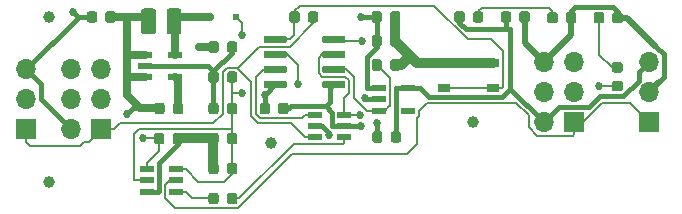
<source format=gbr>
G04 #@! TF.GenerationSoftware,KiCad,Pcbnew,(5.1.5)-3*
G04 #@! TF.CreationDate,2020-10-19T00:58:10-04:00*
G04 #@! TF.ProjectId,Updifier,55706469-6669-4657-922e-6b696361645f,rev?*
G04 #@! TF.SameCoordinates,Original*
G04 #@! TF.FileFunction,Copper,L1,Top*
G04 #@! TF.FilePolarity,Positive*
%FSLAX46Y46*%
G04 Gerber Fmt 4.6, Leading zero omitted, Abs format (unit mm)*
G04 Created by KiCad (PCBNEW (5.1.5)-3) date 2020-10-19 00:58:10*
%MOMM*%
%LPD*%
G04 APERTURE LIST*
%ADD10R,1.700000X1.700000*%
%ADD11O,1.700000X1.700000*%
%ADD12C,0.100000*%
%ADD13C,1.000000*%
%ADD14R,1.200000X0.600000*%
%ADD15R,1.050000X0.650000*%
%ADD16R,0.500000X0.500000*%
%ADD17R,1.250000X0.600000*%
%ADD18C,0.685800*%
%ADD19C,0.812800*%
%ADD20C,0.406400*%
%ADD21C,0.203200*%
%ADD22C,0.711200*%
%ADD23C,0.508000*%
G04 APERTURE END LIST*
D10*
X26035000Y-34290000D03*
D11*
X26035000Y-31750000D03*
X26035000Y-29210000D03*
D10*
X78740000Y-33655000D03*
D11*
X78740000Y-31115000D03*
X78740000Y-28575000D03*
G04 #@! TA.AperFunction,SMDPad,CuDef*
D12*
G36*
X72401691Y-24354553D02*
G01*
X72422926Y-24357703D01*
X72443750Y-24362919D01*
X72463962Y-24370151D01*
X72483368Y-24379330D01*
X72501781Y-24390366D01*
X72519024Y-24403154D01*
X72534930Y-24417570D01*
X72549346Y-24433476D01*
X72562134Y-24450719D01*
X72573170Y-24469132D01*
X72582349Y-24488538D01*
X72589581Y-24508750D01*
X72594797Y-24529574D01*
X72597947Y-24550809D01*
X72599000Y-24572250D01*
X72599000Y-25084750D01*
X72597947Y-25106191D01*
X72594797Y-25127426D01*
X72589581Y-25148250D01*
X72582349Y-25168462D01*
X72573170Y-25187868D01*
X72562134Y-25206281D01*
X72549346Y-25223524D01*
X72534930Y-25239430D01*
X72519024Y-25253846D01*
X72501781Y-25266634D01*
X72483368Y-25277670D01*
X72463962Y-25286849D01*
X72443750Y-25294081D01*
X72422926Y-25299297D01*
X72401691Y-25302447D01*
X72380250Y-25303500D01*
X71942750Y-25303500D01*
X71921309Y-25302447D01*
X71900074Y-25299297D01*
X71879250Y-25294081D01*
X71859038Y-25286849D01*
X71839632Y-25277670D01*
X71821219Y-25266634D01*
X71803976Y-25253846D01*
X71788070Y-25239430D01*
X71773654Y-25223524D01*
X71760866Y-25206281D01*
X71749830Y-25187868D01*
X71740651Y-25168462D01*
X71733419Y-25148250D01*
X71728203Y-25127426D01*
X71725053Y-25106191D01*
X71724000Y-25084750D01*
X71724000Y-24572250D01*
X71725053Y-24550809D01*
X71728203Y-24529574D01*
X71733419Y-24508750D01*
X71740651Y-24488538D01*
X71749830Y-24469132D01*
X71760866Y-24450719D01*
X71773654Y-24433476D01*
X71788070Y-24417570D01*
X71803976Y-24403154D01*
X71821219Y-24390366D01*
X71839632Y-24379330D01*
X71859038Y-24370151D01*
X71879250Y-24362919D01*
X71900074Y-24357703D01*
X71921309Y-24354553D01*
X71942750Y-24353500D01*
X72380250Y-24353500D01*
X72401691Y-24354553D01*
G37*
G04 #@! TD.AperFunction*
G04 #@! TA.AperFunction,SMDPad,CuDef*
G36*
X70826691Y-24354553D02*
G01*
X70847926Y-24357703D01*
X70868750Y-24362919D01*
X70888962Y-24370151D01*
X70908368Y-24379330D01*
X70926781Y-24390366D01*
X70944024Y-24403154D01*
X70959930Y-24417570D01*
X70974346Y-24433476D01*
X70987134Y-24450719D01*
X70998170Y-24469132D01*
X71007349Y-24488538D01*
X71014581Y-24508750D01*
X71019797Y-24529574D01*
X71022947Y-24550809D01*
X71024000Y-24572250D01*
X71024000Y-25084750D01*
X71022947Y-25106191D01*
X71019797Y-25127426D01*
X71014581Y-25148250D01*
X71007349Y-25168462D01*
X70998170Y-25187868D01*
X70987134Y-25206281D01*
X70974346Y-25223524D01*
X70959930Y-25239430D01*
X70944024Y-25253846D01*
X70926781Y-25266634D01*
X70908368Y-25277670D01*
X70888962Y-25286849D01*
X70868750Y-25294081D01*
X70847926Y-25299297D01*
X70826691Y-25302447D01*
X70805250Y-25303500D01*
X70367750Y-25303500D01*
X70346309Y-25302447D01*
X70325074Y-25299297D01*
X70304250Y-25294081D01*
X70284038Y-25286849D01*
X70264632Y-25277670D01*
X70246219Y-25266634D01*
X70228976Y-25253846D01*
X70213070Y-25239430D01*
X70198654Y-25223524D01*
X70185866Y-25206281D01*
X70174830Y-25187868D01*
X70165651Y-25168462D01*
X70158419Y-25148250D01*
X70153203Y-25127426D01*
X70150053Y-25106191D01*
X70149000Y-25084750D01*
X70149000Y-24572250D01*
X70150053Y-24550809D01*
X70153203Y-24529574D01*
X70158419Y-24508750D01*
X70165651Y-24488538D01*
X70174830Y-24469132D01*
X70185866Y-24450719D01*
X70198654Y-24433476D01*
X70213070Y-24417570D01*
X70228976Y-24403154D01*
X70246219Y-24390366D01*
X70264632Y-24379330D01*
X70284038Y-24370151D01*
X70304250Y-24362919D01*
X70325074Y-24357703D01*
X70346309Y-24354553D01*
X70367750Y-24353500D01*
X70805250Y-24353500D01*
X70826691Y-24354553D01*
G37*
G04 #@! TD.AperFunction*
G04 #@! TA.AperFunction,SMDPad,CuDef*
G36*
X33412691Y-24291053D02*
G01*
X33433926Y-24294203D01*
X33454750Y-24299419D01*
X33474962Y-24306651D01*
X33494368Y-24315830D01*
X33512781Y-24326866D01*
X33530024Y-24339654D01*
X33545930Y-24354070D01*
X33560346Y-24369976D01*
X33573134Y-24387219D01*
X33584170Y-24405632D01*
X33593349Y-24425038D01*
X33600581Y-24445250D01*
X33605797Y-24466074D01*
X33608947Y-24487309D01*
X33610000Y-24508750D01*
X33610000Y-25021250D01*
X33608947Y-25042691D01*
X33605797Y-25063926D01*
X33600581Y-25084750D01*
X33593349Y-25104962D01*
X33584170Y-25124368D01*
X33573134Y-25142781D01*
X33560346Y-25160024D01*
X33545930Y-25175930D01*
X33530024Y-25190346D01*
X33512781Y-25203134D01*
X33494368Y-25214170D01*
X33474962Y-25223349D01*
X33454750Y-25230581D01*
X33433926Y-25235797D01*
X33412691Y-25238947D01*
X33391250Y-25240000D01*
X32953750Y-25240000D01*
X32932309Y-25238947D01*
X32911074Y-25235797D01*
X32890250Y-25230581D01*
X32870038Y-25223349D01*
X32850632Y-25214170D01*
X32832219Y-25203134D01*
X32814976Y-25190346D01*
X32799070Y-25175930D01*
X32784654Y-25160024D01*
X32771866Y-25142781D01*
X32760830Y-25124368D01*
X32751651Y-25104962D01*
X32744419Y-25084750D01*
X32739203Y-25063926D01*
X32736053Y-25042691D01*
X32735000Y-25021250D01*
X32735000Y-24508750D01*
X32736053Y-24487309D01*
X32739203Y-24466074D01*
X32744419Y-24445250D01*
X32751651Y-24425038D01*
X32760830Y-24405632D01*
X32771866Y-24387219D01*
X32784654Y-24369976D01*
X32799070Y-24354070D01*
X32814976Y-24339654D01*
X32832219Y-24326866D01*
X32850632Y-24315830D01*
X32870038Y-24306651D01*
X32890250Y-24299419D01*
X32911074Y-24294203D01*
X32932309Y-24291053D01*
X32953750Y-24290000D01*
X33391250Y-24290000D01*
X33412691Y-24291053D01*
G37*
G04 #@! TD.AperFunction*
G04 #@! TA.AperFunction,SMDPad,CuDef*
G36*
X31837691Y-24291053D02*
G01*
X31858926Y-24294203D01*
X31879750Y-24299419D01*
X31899962Y-24306651D01*
X31919368Y-24315830D01*
X31937781Y-24326866D01*
X31955024Y-24339654D01*
X31970930Y-24354070D01*
X31985346Y-24369976D01*
X31998134Y-24387219D01*
X32009170Y-24405632D01*
X32018349Y-24425038D01*
X32025581Y-24445250D01*
X32030797Y-24466074D01*
X32033947Y-24487309D01*
X32035000Y-24508750D01*
X32035000Y-25021250D01*
X32033947Y-25042691D01*
X32030797Y-25063926D01*
X32025581Y-25084750D01*
X32018349Y-25104962D01*
X32009170Y-25124368D01*
X31998134Y-25142781D01*
X31985346Y-25160024D01*
X31970930Y-25175930D01*
X31955024Y-25190346D01*
X31937781Y-25203134D01*
X31919368Y-25214170D01*
X31899962Y-25223349D01*
X31879750Y-25230581D01*
X31858926Y-25235797D01*
X31837691Y-25238947D01*
X31816250Y-25240000D01*
X31378750Y-25240000D01*
X31357309Y-25238947D01*
X31336074Y-25235797D01*
X31315250Y-25230581D01*
X31295038Y-25223349D01*
X31275632Y-25214170D01*
X31257219Y-25203134D01*
X31239976Y-25190346D01*
X31224070Y-25175930D01*
X31209654Y-25160024D01*
X31196866Y-25142781D01*
X31185830Y-25124368D01*
X31176651Y-25104962D01*
X31169419Y-25084750D01*
X31164203Y-25063926D01*
X31161053Y-25042691D01*
X31160000Y-25021250D01*
X31160000Y-24508750D01*
X31161053Y-24487309D01*
X31164203Y-24466074D01*
X31169419Y-24445250D01*
X31176651Y-24425038D01*
X31185830Y-24405632D01*
X31196866Y-24387219D01*
X31209654Y-24369976D01*
X31224070Y-24354070D01*
X31239976Y-24339654D01*
X31257219Y-24326866D01*
X31275632Y-24315830D01*
X31295038Y-24306651D01*
X31315250Y-24299419D01*
X31336074Y-24294203D01*
X31357309Y-24291053D01*
X31378750Y-24290000D01*
X31816250Y-24290000D01*
X31837691Y-24291053D01*
G37*
G04 #@! TD.AperFunction*
G04 #@! TA.AperFunction,SMDPad,CuDef*
G36*
X48043191Y-32038053D02*
G01*
X48064426Y-32041203D01*
X48085250Y-32046419D01*
X48105462Y-32053651D01*
X48124868Y-32062830D01*
X48143281Y-32073866D01*
X48160524Y-32086654D01*
X48176430Y-32101070D01*
X48190846Y-32116976D01*
X48203634Y-32134219D01*
X48214670Y-32152632D01*
X48223849Y-32172038D01*
X48231081Y-32192250D01*
X48236297Y-32213074D01*
X48239447Y-32234309D01*
X48240500Y-32255750D01*
X48240500Y-32768250D01*
X48239447Y-32789691D01*
X48236297Y-32810926D01*
X48231081Y-32831750D01*
X48223849Y-32851962D01*
X48214670Y-32871368D01*
X48203634Y-32889781D01*
X48190846Y-32907024D01*
X48176430Y-32922930D01*
X48160524Y-32937346D01*
X48143281Y-32950134D01*
X48124868Y-32961170D01*
X48105462Y-32970349D01*
X48085250Y-32977581D01*
X48064426Y-32982797D01*
X48043191Y-32985947D01*
X48021750Y-32987000D01*
X47584250Y-32987000D01*
X47562809Y-32985947D01*
X47541574Y-32982797D01*
X47520750Y-32977581D01*
X47500538Y-32970349D01*
X47481132Y-32961170D01*
X47462719Y-32950134D01*
X47445476Y-32937346D01*
X47429570Y-32922930D01*
X47415154Y-32907024D01*
X47402366Y-32889781D01*
X47391330Y-32871368D01*
X47382151Y-32851962D01*
X47374919Y-32831750D01*
X47369703Y-32810926D01*
X47366553Y-32789691D01*
X47365500Y-32768250D01*
X47365500Y-32255750D01*
X47366553Y-32234309D01*
X47369703Y-32213074D01*
X47374919Y-32192250D01*
X47382151Y-32172038D01*
X47391330Y-32152632D01*
X47402366Y-32134219D01*
X47415154Y-32116976D01*
X47429570Y-32101070D01*
X47445476Y-32086654D01*
X47462719Y-32073866D01*
X47481132Y-32062830D01*
X47500538Y-32053651D01*
X47520750Y-32046419D01*
X47541574Y-32041203D01*
X47562809Y-32038053D01*
X47584250Y-32037000D01*
X48021750Y-32037000D01*
X48043191Y-32038053D01*
G37*
G04 #@! TD.AperFunction*
G04 #@! TA.AperFunction,SMDPad,CuDef*
G36*
X46468191Y-32038053D02*
G01*
X46489426Y-32041203D01*
X46510250Y-32046419D01*
X46530462Y-32053651D01*
X46549868Y-32062830D01*
X46568281Y-32073866D01*
X46585524Y-32086654D01*
X46601430Y-32101070D01*
X46615846Y-32116976D01*
X46628634Y-32134219D01*
X46639670Y-32152632D01*
X46648849Y-32172038D01*
X46656081Y-32192250D01*
X46661297Y-32213074D01*
X46664447Y-32234309D01*
X46665500Y-32255750D01*
X46665500Y-32768250D01*
X46664447Y-32789691D01*
X46661297Y-32810926D01*
X46656081Y-32831750D01*
X46648849Y-32851962D01*
X46639670Y-32871368D01*
X46628634Y-32889781D01*
X46615846Y-32907024D01*
X46601430Y-32922930D01*
X46585524Y-32937346D01*
X46568281Y-32950134D01*
X46549868Y-32961170D01*
X46530462Y-32970349D01*
X46510250Y-32977581D01*
X46489426Y-32982797D01*
X46468191Y-32985947D01*
X46446750Y-32987000D01*
X46009250Y-32987000D01*
X45987809Y-32985947D01*
X45966574Y-32982797D01*
X45945750Y-32977581D01*
X45925538Y-32970349D01*
X45906132Y-32961170D01*
X45887719Y-32950134D01*
X45870476Y-32937346D01*
X45854570Y-32922930D01*
X45840154Y-32907024D01*
X45827366Y-32889781D01*
X45816330Y-32871368D01*
X45807151Y-32851962D01*
X45799919Y-32831750D01*
X45794703Y-32810926D01*
X45791553Y-32789691D01*
X45790500Y-32768250D01*
X45790500Y-32255750D01*
X45791553Y-32234309D01*
X45794703Y-32213074D01*
X45799919Y-32192250D01*
X45807151Y-32172038D01*
X45816330Y-32152632D01*
X45827366Y-32134219D01*
X45840154Y-32116976D01*
X45854570Y-32101070D01*
X45870476Y-32086654D01*
X45887719Y-32073866D01*
X45906132Y-32062830D01*
X45925538Y-32053651D01*
X45945750Y-32046419D01*
X45966574Y-32041203D01*
X45987809Y-32038053D01*
X46009250Y-32037000D01*
X46446750Y-32037000D01*
X46468191Y-32038053D01*
G37*
G04 #@! TD.AperFunction*
G04 #@! TA.AperFunction,SMDPad,CuDef*
G36*
X37552691Y-32038053D02*
G01*
X37573926Y-32041203D01*
X37594750Y-32046419D01*
X37614962Y-32053651D01*
X37634368Y-32062830D01*
X37652781Y-32073866D01*
X37670024Y-32086654D01*
X37685930Y-32101070D01*
X37700346Y-32116976D01*
X37713134Y-32134219D01*
X37724170Y-32152632D01*
X37733349Y-32172038D01*
X37740581Y-32192250D01*
X37745797Y-32213074D01*
X37748947Y-32234309D01*
X37750000Y-32255750D01*
X37750000Y-32768250D01*
X37748947Y-32789691D01*
X37745797Y-32810926D01*
X37740581Y-32831750D01*
X37733349Y-32851962D01*
X37724170Y-32871368D01*
X37713134Y-32889781D01*
X37700346Y-32907024D01*
X37685930Y-32922930D01*
X37670024Y-32937346D01*
X37652781Y-32950134D01*
X37634368Y-32961170D01*
X37614962Y-32970349D01*
X37594750Y-32977581D01*
X37573926Y-32982797D01*
X37552691Y-32985947D01*
X37531250Y-32987000D01*
X37093750Y-32987000D01*
X37072309Y-32985947D01*
X37051074Y-32982797D01*
X37030250Y-32977581D01*
X37010038Y-32970349D01*
X36990632Y-32961170D01*
X36972219Y-32950134D01*
X36954976Y-32937346D01*
X36939070Y-32922930D01*
X36924654Y-32907024D01*
X36911866Y-32889781D01*
X36900830Y-32871368D01*
X36891651Y-32851962D01*
X36884419Y-32831750D01*
X36879203Y-32810926D01*
X36876053Y-32789691D01*
X36875000Y-32768250D01*
X36875000Y-32255750D01*
X36876053Y-32234309D01*
X36879203Y-32213074D01*
X36884419Y-32192250D01*
X36891651Y-32172038D01*
X36900830Y-32152632D01*
X36911866Y-32134219D01*
X36924654Y-32116976D01*
X36939070Y-32101070D01*
X36954976Y-32086654D01*
X36972219Y-32073866D01*
X36990632Y-32062830D01*
X37010038Y-32053651D01*
X37030250Y-32046419D01*
X37051074Y-32041203D01*
X37072309Y-32038053D01*
X37093750Y-32037000D01*
X37531250Y-32037000D01*
X37552691Y-32038053D01*
G37*
G04 #@! TD.AperFunction*
G04 #@! TA.AperFunction,SMDPad,CuDef*
G36*
X39127691Y-32038053D02*
G01*
X39148926Y-32041203D01*
X39169750Y-32046419D01*
X39189962Y-32053651D01*
X39209368Y-32062830D01*
X39227781Y-32073866D01*
X39245024Y-32086654D01*
X39260930Y-32101070D01*
X39275346Y-32116976D01*
X39288134Y-32134219D01*
X39299170Y-32152632D01*
X39308349Y-32172038D01*
X39315581Y-32192250D01*
X39320797Y-32213074D01*
X39323947Y-32234309D01*
X39325000Y-32255750D01*
X39325000Y-32768250D01*
X39323947Y-32789691D01*
X39320797Y-32810926D01*
X39315581Y-32831750D01*
X39308349Y-32851962D01*
X39299170Y-32871368D01*
X39288134Y-32889781D01*
X39275346Y-32907024D01*
X39260930Y-32922930D01*
X39245024Y-32937346D01*
X39227781Y-32950134D01*
X39209368Y-32961170D01*
X39189962Y-32970349D01*
X39169750Y-32977581D01*
X39148926Y-32982797D01*
X39127691Y-32985947D01*
X39106250Y-32987000D01*
X38668750Y-32987000D01*
X38647309Y-32985947D01*
X38626074Y-32982797D01*
X38605250Y-32977581D01*
X38585038Y-32970349D01*
X38565632Y-32961170D01*
X38547219Y-32950134D01*
X38529976Y-32937346D01*
X38514070Y-32922930D01*
X38499654Y-32907024D01*
X38486866Y-32889781D01*
X38475830Y-32871368D01*
X38466651Y-32851962D01*
X38459419Y-32831750D01*
X38454203Y-32810926D01*
X38451053Y-32789691D01*
X38450000Y-32768250D01*
X38450000Y-32255750D01*
X38451053Y-32234309D01*
X38454203Y-32213074D01*
X38459419Y-32192250D01*
X38466651Y-32172038D01*
X38475830Y-32152632D01*
X38486866Y-32134219D01*
X38499654Y-32116976D01*
X38514070Y-32101070D01*
X38529976Y-32086654D01*
X38547219Y-32073866D01*
X38565632Y-32062830D01*
X38585038Y-32053651D01*
X38605250Y-32046419D01*
X38626074Y-32041203D01*
X38647309Y-32038053D01*
X38668750Y-32037000D01*
X39106250Y-32037000D01*
X39127691Y-32038053D01*
G37*
G04 #@! TD.AperFunction*
G04 #@! TA.AperFunction,SMDPad,CuDef*
G36*
X57517191Y-24291053D02*
G01*
X57538426Y-24294203D01*
X57559250Y-24299419D01*
X57579462Y-24306651D01*
X57598868Y-24315830D01*
X57617281Y-24326866D01*
X57634524Y-24339654D01*
X57650430Y-24354070D01*
X57664846Y-24369976D01*
X57677634Y-24387219D01*
X57688670Y-24405632D01*
X57697849Y-24425038D01*
X57705081Y-24445250D01*
X57710297Y-24466074D01*
X57713447Y-24487309D01*
X57714500Y-24508750D01*
X57714500Y-25021250D01*
X57713447Y-25042691D01*
X57710297Y-25063926D01*
X57705081Y-25084750D01*
X57697849Y-25104962D01*
X57688670Y-25124368D01*
X57677634Y-25142781D01*
X57664846Y-25160024D01*
X57650430Y-25175930D01*
X57634524Y-25190346D01*
X57617281Y-25203134D01*
X57598868Y-25214170D01*
X57579462Y-25223349D01*
X57559250Y-25230581D01*
X57538426Y-25235797D01*
X57517191Y-25238947D01*
X57495750Y-25240000D01*
X57058250Y-25240000D01*
X57036809Y-25238947D01*
X57015574Y-25235797D01*
X56994750Y-25230581D01*
X56974538Y-25223349D01*
X56955132Y-25214170D01*
X56936719Y-25203134D01*
X56919476Y-25190346D01*
X56903570Y-25175930D01*
X56889154Y-25160024D01*
X56876366Y-25142781D01*
X56865330Y-25124368D01*
X56856151Y-25104962D01*
X56848919Y-25084750D01*
X56843703Y-25063926D01*
X56840553Y-25042691D01*
X56839500Y-25021250D01*
X56839500Y-24508750D01*
X56840553Y-24487309D01*
X56843703Y-24466074D01*
X56848919Y-24445250D01*
X56856151Y-24425038D01*
X56865330Y-24405632D01*
X56876366Y-24387219D01*
X56889154Y-24369976D01*
X56903570Y-24354070D01*
X56919476Y-24339654D01*
X56936719Y-24326866D01*
X56955132Y-24315830D01*
X56974538Y-24306651D01*
X56994750Y-24299419D01*
X57015574Y-24294203D01*
X57036809Y-24291053D01*
X57058250Y-24290000D01*
X57495750Y-24290000D01*
X57517191Y-24291053D01*
G37*
G04 #@! TD.AperFunction*
G04 #@! TA.AperFunction,SMDPad,CuDef*
G36*
X55942191Y-24291053D02*
G01*
X55963426Y-24294203D01*
X55984250Y-24299419D01*
X56004462Y-24306651D01*
X56023868Y-24315830D01*
X56042281Y-24326866D01*
X56059524Y-24339654D01*
X56075430Y-24354070D01*
X56089846Y-24369976D01*
X56102634Y-24387219D01*
X56113670Y-24405632D01*
X56122849Y-24425038D01*
X56130081Y-24445250D01*
X56135297Y-24466074D01*
X56138447Y-24487309D01*
X56139500Y-24508750D01*
X56139500Y-25021250D01*
X56138447Y-25042691D01*
X56135297Y-25063926D01*
X56130081Y-25084750D01*
X56122849Y-25104962D01*
X56113670Y-25124368D01*
X56102634Y-25142781D01*
X56089846Y-25160024D01*
X56075430Y-25175930D01*
X56059524Y-25190346D01*
X56042281Y-25203134D01*
X56023868Y-25214170D01*
X56004462Y-25223349D01*
X55984250Y-25230581D01*
X55963426Y-25235797D01*
X55942191Y-25238947D01*
X55920750Y-25240000D01*
X55483250Y-25240000D01*
X55461809Y-25238947D01*
X55440574Y-25235797D01*
X55419750Y-25230581D01*
X55399538Y-25223349D01*
X55380132Y-25214170D01*
X55361719Y-25203134D01*
X55344476Y-25190346D01*
X55328570Y-25175930D01*
X55314154Y-25160024D01*
X55301366Y-25142781D01*
X55290330Y-25124368D01*
X55281151Y-25104962D01*
X55273919Y-25084750D01*
X55268703Y-25063926D01*
X55265553Y-25042691D01*
X55264500Y-25021250D01*
X55264500Y-24508750D01*
X55265553Y-24487309D01*
X55268703Y-24466074D01*
X55273919Y-24445250D01*
X55281151Y-24425038D01*
X55290330Y-24405632D01*
X55301366Y-24387219D01*
X55314154Y-24369976D01*
X55328570Y-24354070D01*
X55344476Y-24339654D01*
X55361719Y-24326866D01*
X55380132Y-24315830D01*
X55399538Y-24306651D01*
X55419750Y-24299419D01*
X55440574Y-24294203D01*
X55461809Y-24291053D01*
X55483250Y-24290000D01*
X55920750Y-24290000D01*
X55942191Y-24291053D01*
G37*
G04 #@! TD.AperFunction*
G04 #@! TA.AperFunction,SMDPad,CuDef*
G36*
X42124691Y-32038053D02*
G01*
X42145926Y-32041203D01*
X42166750Y-32046419D01*
X42186962Y-32053651D01*
X42206368Y-32062830D01*
X42224781Y-32073866D01*
X42242024Y-32086654D01*
X42257930Y-32101070D01*
X42272346Y-32116976D01*
X42285134Y-32134219D01*
X42296170Y-32152632D01*
X42305349Y-32172038D01*
X42312581Y-32192250D01*
X42317797Y-32213074D01*
X42320947Y-32234309D01*
X42322000Y-32255750D01*
X42322000Y-32768250D01*
X42320947Y-32789691D01*
X42317797Y-32810926D01*
X42312581Y-32831750D01*
X42305349Y-32851962D01*
X42296170Y-32871368D01*
X42285134Y-32889781D01*
X42272346Y-32907024D01*
X42257930Y-32922930D01*
X42242024Y-32937346D01*
X42224781Y-32950134D01*
X42206368Y-32961170D01*
X42186962Y-32970349D01*
X42166750Y-32977581D01*
X42145926Y-32982797D01*
X42124691Y-32985947D01*
X42103250Y-32987000D01*
X41665750Y-32987000D01*
X41644309Y-32985947D01*
X41623074Y-32982797D01*
X41602250Y-32977581D01*
X41582038Y-32970349D01*
X41562632Y-32961170D01*
X41544219Y-32950134D01*
X41526976Y-32937346D01*
X41511070Y-32922930D01*
X41496654Y-32907024D01*
X41483866Y-32889781D01*
X41472830Y-32871368D01*
X41463651Y-32851962D01*
X41456419Y-32831750D01*
X41451203Y-32810926D01*
X41448053Y-32789691D01*
X41447000Y-32768250D01*
X41447000Y-32255750D01*
X41448053Y-32234309D01*
X41451203Y-32213074D01*
X41456419Y-32192250D01*
X41463651Y-32172038D01*
X41472830Y-32152632D01*
X41483866Y-32134219D01*
X41496654Y-32116976D01*
X41511070Y-32101070D01*
X41526976Y-32086654D01*
X41544219Y-32073866D01*
X41562632Y-32062830D01*
X41582038Y-32053651D01*
X41602250Y-32046419D01*
X41623074Y-32041203D01*
X41644309Y-32038053D01*
X41665750Y-32037000D01*
X42103250Y-32037000D01*
X42124691Y-32038053D01*
G37*
G04 #@! TD.AperFunction*
G04 #@! TA.AperFunction,SMDPad,CuDef*
G36*
X43699691Y-32038053D02*
G01*
X43720926Y-32041203D01*
X43741750Y-32046419D01*
X43761962Y-32053651D01*
X43781368Y-32062830D01*
X43799781Y-32073866D01*
X43817024Y-32086654D01*
X43832930Y-32101070D01*
X43847346Y-32116976D01*
X43860134Y-32134219D01*
X43871170Y-32152632D01*
X43880349Y-32172038D01*
X43887581Y-32192250D01*
X43892797Y-32213074D01*
X43895947Y-32234309D01*
X43897000Y-32255750D01*
X43897000Y-32768250D01*
X43895947Y-32789691D01*
X43892797Y-32810926D01*
X43887581Y-32831750D01*
X43880349Y-32851962D01*
X43871170Y-32871368D01*
X43860134Y-32889781D01*
X43847346Y-32907024D01*
X43832930Y-32922930D01*
X43817024Y-32937346D01*
X43799781Y-32950134D01*
X43781368Y-32961170D01*
X43761962Y-32970349D01*
X43741750Y-32977581D01*
X43720926Y-32982797D01*
X43699691Y-32985947D01*
X43678250Y-32987000D01*
X43240750Y-32987000D01*
X43219309Y-32985947D01*
X43198074Y-32982797D01*
X43177250Y-32977581D01*
X43157038Y-32970349D01*
X43137632Y-32961170D01*
X43119219Y-32950134D01*
X43101976Y-32937346D01*
X43086070Y-32922930D01*
X43071654Y-32907024D01*
X43058866Y-32889781D01*
X43047830Y-32871368D01*
X43038651Y-32851962D01*
X43031419Y-32831750D01*
X43026203Y-32810926D01*
X43023053Y-32789691D01*
X43022000Y-32768250D01*
X43022000Y-32255750D01*
X43023053Y-32234309D01*
X43026203Y-32213074D01*
X43031419Y-32192250D01*
X43038651Y-32172038D01*
X43047830Y-32152632D01*
X43058866Y-32134219D01*
X43071654Y-32116976D01*
X43086070Y-32101070D01*
X43101976Y-32086654D01*
X43119219Y-32073866D01*
X43137632Y-32062830D01*
X43157038Y-32053651D01*
X43177250Y-32046419D01*
X43198074Y-32041203D01*
X43219309Y-32038053D01*
X43240750Y-32037000D01*
X43678250Y-32037000D01*
X43699691Y-32038053D01*
G37*
G04 #@! TD.AperFunction*
G04 #@! TA.AperFunction,SMDPad,CuDef*
G36*
X55993191Y-34451053D02*
G01*
X56014426Y-34454203D01*
X56035250Y-34459419D01*
X56055462Y-34466651D01*
X56074868Y-34475830D01*
X56093281Y-34486866D01*
X56110524Y-34499654D01*
X56126430Y-34514070D01*
X56140846Y-34529976D01*
X56153634Y-34547219D01*
X56164670Y-34565632D01*
X56173849Y-34585038D01*
X56181081Y-34605250D01*
X56186297Y-34626074D01*
X56189447Y-34647309D01*
X56190500Y-34668750D01*
X56190500Y-35181250D01*
X56189447Y-35202691D01*
X56186297Y-35223926D01*
X56181081Y-35244750D01*
X56173849Y-35264962D01*
X56164670Y-35284368D01*
X56153634Y-35302781D01*
X56140846Y-35320024D01*
X56126430Y-35335930D01*
X56110524Y-35350346D01*
X56093281Y-35363134D01*
X56074868Y-35374170D01*
X56055462Y-35383349D01*
X56035250Y-35390581D01*
X56014426Y-35395797D01*
X55993191Y-35398947D01*
X55971750Y-35400000D01*
X55534250Y-35400000D01*
X55512809Y-35398947D01*
X55491574Y-35395797D01*
X55470750Y-35390581D01*
X55450538Y-35383349D01*
X55431132Y-35374170D01*
X55412719Y-35363134D01*
X55395476Y-35350346D01*
X55379570Y-35335930D01*
X55365154Y-35320024D01*
X55352366Y-35302781D01*
X55341330Y-35284368D01*
X55332151Y-35264962D01*
X55324919Y-35244750D01*
X55319703Y-35223926D01*
X55316553Y-35202691D01*
X55315500Y-35181250D01*
X55315500Y-34668750D01*
X55316553Y-34647309D01*
X55319703Y-34626074D01*
X55324919Y-34605250D01*
X55332151Y-34585038D01*
X55341330Y-34565632D01*
X55352366Y-34547219D01*
X55365154Y-34529976D01*
X55379570Y-34514070D01*
X55395476Y-34499654D01*
X55412719Y-34486866D01*
X55431132Y-34475830D01*
X55450538Y-34466651D01*
X55470750Y-34459419D01*
X55491574Y-34454203D01*
X55512809Y-34451053D01*
X55534250Y-34450000D01*
X55971750Y-34450000D01*
X55993191Y-34451053D01*
G37*
G04 #@! TD.AperFunction*
G04 #@! TA.AperFunction,SMDPad,CuDef*
G36*
X57568191Y-34451053D02*
G01*
X57589426Y-34454203D01*
X57610250Y-34459419D01*
X57630462Y-34466651D01*
X57649868Y-34475830D01*
X57668281Y-34486866D01*
X57685524Y-34499654D01*
X57701430Y-34514070D01*
X57715846Y-34529976D01*
X57728634Y-34547219D01*
X57739670Y-34565632D01*
X57748849Y-34585038D01*
X57756081Y-34605250D01*
X57761297Y-34626074D01*
X57764447Y-34647309D01*
X57765500Y-34668750D01*
X57765500Y-35181250D01*
X57764447Y-35202691D01*
X57761297Y-35223926D01*
X57756081Y-35244750D01*
X57748849Y-35264962D01*
X57739670Y-35284368D01*
X57728634Y-35302781D01*
X57715846Y-35320024D01*
X57701430Y-35335930D01*
X57685524Y-35350346D01*
X57668281Y-35363134D01*
X57649868Y-35374170D01*
X57630462Y-35383349D01*
X57610250Y-35390581D01*
X57589426Y-35395797D01*
X57568191Y-35398947D01*
X57546750Y-35400000D01*
X57109250Y-35400000D01*
X57087809Y-35398947D01*
X57066574Y-35395797D01*
X57045750Y-35390581D01*
X57025538Y-35383349D01*
X57006132Y-35374170D01*
X56987719Y-35363134D01*
X56970476Y-35350346D01*
X56954570Y-35335930D01*
X56940154Y-35320024D01*
X56927366Y-35302781D01*
X56916330Y-35284368D01*
X56907151Y-35264962D01*
X56899919Y-35244750D01*
X56894703Y-35223926D01*
X56891553Y-35202691D01*
X56890500Y-35181250D01*
X56890500Y-34668750D01*
X56891553Y-34647309D01*
X56894703Y-34626074D01*
X56899919Y-34605250D01*
X56907151Y-34585038D01*
X56916330Y-34565632D01*
X56927366Y-34547219D01*
X56940154Y-34529976D01*
X56954570Y-34514070D01*
X56970476Y-34499654D01*
X56987719Y-34486866D01*
X57006132Y-34475830D01*
X57025538Y-34466651D01*
X57045750Y-34459419D01*
X57066574Y-34454203D01*
X57087809Y-34451053D01*
X57109250Y-34450000D01*
X57546750Y-34450000D01*
X57568191Y-34451053D01*
G37*
G04 #@! TD.AperFunction*
G04 #@! TA.AperFunction,SMDPad,CuDef*
G36*
X43699691Y-34578053D02*
G01*
X43720926Y-34581203D01*
X43741750Y-34586419D01*
X43761962Y-34593651D01*
X43781368Y-34602830D01*
X43799781Y-34613866D01*
X43817024Y-34626654D01*
X43832930Y-34641070D01*
X43847346Y-34656976D01*
X43860134Y-34674219D01*
X43871170Y-34692632D01*
X43880349Y-34712038D01*
X43887581Y-34732250D01*
X43892797Y-34753074D01*
X43895947Y-34774309D01*
X43897000Y-34795750D01*
X43897000Y-35308250D01*
X43895947Y-35329691D01*
X43892797Y-35350926D01*
X43887581Y-35371750D01*
X43880349Y-35391962D01*
X43871170Y-35411368D01*
X43860134Y-35429781D01*
X43847346Y-35447024D01*
X43832930Y-35462930D01*
X43817024Y-35477346D01*
X43799781Y-35490134D01*
X43781368Y-35501170D01*
X43761962Y-35510349D01*
X43741750Y-35517581D01*
X43720926Y-35522797D01*
X43699691Y-35525947D01*
X43678250Y-35527000D01*
X43240750Y-35527000D01*
X43219309Y-35525947D01*
X43198074Y-35522797D01*
X43177250Y-35517581D01*
X43157038Y-35510349D01*
X43137632Y-35501170D01*
X43119219Y-35490134D01*
X43101976Y-35477346D01*
X43086070Y-35462930D01*
X43071654Y-35447024D01*
X43058866Y-35429781D01*
X43047830Y-35411368D01*
X43038651Y-35391962D01*
X43031419Y-35371750D01*
X43026203Y-35350926D01*
X43023053Y-35329691D01*
X43022000Y-35308250D01*
X43022000Y-34795750D01*
X43023053Y-34774309D01*
X43026203Y-34753074D01*
X43031419Y-34732250D01*
X43038651Y-34712038D01*
X43047830Y-34692632D01*
X43058866Y-34674219D01*
X43071654Y-34656976D01*
X43086070Y-34641070D01*
X43101976Y-34626654D01*
X43119219Y-34613866D01*
X43137632Y-34602830D01*
X43157038Y-34593651D01*
X43177250Y-34586419D01*
X43198074Y-34581203D01*
X43219309Y-34578053D01*
X43240750Y-34577000D01*
X43678250Y-34577000D01*
X43699691Y-34578053D01*
G37*
G04 #@! TD.AperFunction*
G04 #@! TA.AperFunction,SMDPad,CuDef*
G36*
X42124691Y-34578053D02*
G01*
X42145926Y-34581203D01*
X42166750Y-34586419D01*
X42186962Y-34593651D01*
X42206368Y-34602830D01*
X42224781Y-34613866D01*
X42242024Y-34626654D01*
X42257930Y-34641070D01*
X42272346Y-34656976D01*
X42285134Y-34674219D01*
X42296170Y-34692632D01*
X42305349Y-34712038D01*
X42312581Y-34732250D01*
X42317797Y-34753074D01*
X42320947Y-34774309D01*
X42322000Y-34795750D01*
X42322000Y-35308250D01*
X42320947Y-35329691D01*
X42317797Y-35350926D01*
X42312581Y-35371750D01*
X42305349Y-35391962D01*
X42296170Y-35411368D01*
X42285134Y-35429781D01*
X42272346Y-35447024D01*
X42257930Y-35462930D01*
X42242024Y-35477346D01*
X42224781Y-35490134D01*
X42206368Y-35501170D01*
X42186962Y-35510349D01*
X42166750Y-35517581D01*
X42145926Y-35522797D01*
X42124691Y-35525947D01*
X42103250Y-35527000D01*
X41665750Y-35527000D01*
X41644309Y-35525947D01*
X41623074Y-35522797D01*
X41602250Y-35517581D01*
X41582038Y-35510349D01*
X41562632Y-35501170D01*
X41544219Y-35490134D01*
X41526976Y-35477346D01*
X41511070Y-35462930D01*
X41496654Y-35447024D01*
X41483866Y-35429781D01*
X41472830Y-35411368D01*
X41463651Y-35391962D01*
X41456419Y-35371750D01*
X41451203Y-35350926D01*
X41448053Y-35329691D01*
X41447000Y-35308250D01*
X41447000Y-34795750D01*
X41448053Y-34774309D01*
X41451203Y-34753074D01*
X41456419Y-34732250D01*
X41463651Y-34712038D01*
X41472830Y-34692632D01*
X41483866Y-34674219D01*
X41496654Y-34656976D01*
X41511070Y-34641070D01*
X41526976Y-34626654D01*
X41544219Y-34613866D01*
X41562632Y-34602830D01*
X41582038Y-34593651D01*
X41602250Y-34586419D01*
X41623074Y-34581203D01*
X41644309Y-34578053D01*
X41665750Y-34577000D01*
X42103250Y-34577000D01*
X42124691Y-34578053D01*
G37*
G04 #@! TD.AperFunction*
G04 #@! TA.AperFunction,SMDPad,CuDef*
G36*
X50557691Y-24291053D02*
G01*
X50578926Y-24294203D01*
X50599750Y-24299419D01*
X50619962Y-24306651D01*
X50639368Y-24315830D01*
X50657781Y-24326866D01*
X50675024Y-24339654D01*
X50690930Y-24354070D01*
X50705346Y-24369976D01*
X50718134Y-24387219D01*
X50729170Y-24405632D01*
X50738349Y-24425038D01*
X50745581Y-24445250D01*
X50750797Y-24466074D01*
X50753947Y-24487309D01*
X50755000Y-24508750D01*
X50755000Y-25021250D01*
X50753947Y-25042691D01*
X50750797Y-25063926D01*
X50745581Y-25084750D01*
X50738349Y-25104962D01*
X50729170Y-25124368D01*
X50718134Y-25142781D01*
X50705346Y-25160024D01*
X50690930Y-25175930D01*
X50675024Y-25190346D01*
X50657781Y-25203134D01*
X50639368Y-25214170D01*
X50619962Y-25223349D01*
X50599750Y-25230581D01*
X50578926Y-25235797D01*
X50557691Y-25238947D01*
X50536250Y-25240000D01*
X50098750Y-25240000D01*
X50077309Y-25238947D01*
X50056074Y-25235797D01*
X50035250Y-25230581D01*
X50015038Y-25223349D01*
X49995632Y-25214170D01*
X49977219Y-25203134D01*
X49959976Y-25190346D01*
X49944070Y-25175930D01*
X49929654Y-25160024D01*
X49916866Y-25142781D01*
X49905830Y-25124368D01*
X49896651Y-25104962D01*
X49889419Y-25084750D01*
X49884203Y-25063926D01*
X49881053Y-25042691D01*
X49880000Y-25021250D01*
X49880000Y-24508750D01*
X49881053Y-24487309D01*
X49884203Y-24466074D01*
X49889419Y-24445250D01*
X49896651Y-24425038D01*
X49905830Y-24405632D01*
X49916866Y-24387219D01*
X49929654Y-24369976D01*
X49944070Y-24354070D01*
X49959976Y-24339654D01*
X49977219Y-24326866D01*
X49995632Y-24315830D01*
X50015038Y-24306651D01*
X50035250Y-24299419D01*
X50056074Y-24294203D01*
X50077309Y-24291053D01*
X50098750Y-24290000D01*
X50536250Y-24290000D01*
X50557691Y-24291053D01*
G37*
G04 #@! TD.AperFunction*
G04 #@! TA.AperFunction,SMDPad,CuDef*
G36*
X48982691Y-24291053D02*
G01*
X49003926Y-24294203D01*
X49024750Y-24299419D01*
X49044962Y-24306651D01*
X49064368Y-24315830D01*
X49082781Y-24326866D01*
X49100024Y-24339654D01*
X49115930Y-24354070D01*
X49130346Y-24369976D01*
X49143134Y-24387219D01*
X49154170Y-24405632D01*
X49163349Y-24425038D01*
X49170581Y-24445250D01*
X49175797Y-24466074D01*
X49178947Y-24487309D01*
X49180000Y-24508750D01*
X49180000Y-25021250D01*
X49178947Y-25042691D01*
X49175797Y-25063926D01*
X49170581Y-25084750D01*
X49163349Y-25104962D01*
X49154170Y-25124368D01*
X49143134Y-25142781D01*
X49130346Y-25160024D01*
X49115930Y-25175930D01*
X49100024Y-25190346D01*
X49082781Y-25203134D01*
X49064368Y-25214170D01*
X49044962Y-25223349D01*
X49024750Y-25230581D01*
X49003926Y-25235797D01*
X48982691Y-25238947D01*
X48961250Y-25240000D01*
X48523750Y-25240000D01*
X48502309Y-25238947D01*
X48481074Y-25235797D01*
X48460250Y-25230581D01*
X48440038Y-25223349D01*
X48420632Y-25214170D01*
X48402219Y-25203134D01*
X48384976Y-25190346D01*
X48369070Y-25175930D01*
X48354654Y-25160024D01*
X48341866Y-25142781D01*
X48330830Y-25124368D01*
X48321651Y-25104962D01*
X48314419Y-25084750D01*
X48309203Y-25063926D01*
X48306053Y-25042691D01*
X48305000Y-25021250D01*
X48305000Y-24508750D01*
X48306053Y-24487309D01*
X48309203Y-24466074D01*
X48314419Y-24445250D01*
X48321651Y-24425038D01*
X48330830Y-24405632D01*
X48341866Y-24387219D01*
X48354654Y-24369976D01*
X48369070Y-24354070D01*
X48384976Y-24339654D01*
X48402219Y-24326866D01*
X48420632Y-24315830D01*
X48440038Y-24306651D01*
X48460250Y-24299419D01*
X48481074Y-24294203D01*
X48502309Y-24291053D01*
X48523750Y-24290000D01*
X48961250Y-24290000D01*
X48982691Y-24291053D01*
G37*
G04 #@! TD.AperFunction*
G04 #@! TA.AperFunction,SMDPad,CuDef*
G36*
X42124691Y-29371053D02*
G01*
X42145926Y-29374203D01*
X42166750Y-29379419D01*
X42186962Y-29386651D01*
X42206368Y-29395830D01*
X42224781Y-29406866D01*
X42242024Y-29419654D01*
X42257930Y-29434070D01*
X42272346Y-29449976D01*
X42285134Y-29467219D01*
X42296170Y-29485632D01*
X42305349Y-29505038D01*
X42312581Y-29525250D01*
X42317797Y-29546074D01*
X42320947Y-29567309D01*
X42322000Y-29588750D01*
X42322000Y-30101250D01*
X42320947Y-30122691D01*
X42317797Y-30143926D01*
X42312581Y-30164750D01*
X42305349Y-30184962D01*
X42296170Y-30204368D01*
X42285134Y-30222781D01*
X42272346Y-30240024D01*
X42257930Y-30255930D01*
X42242024Y-30270346D01*
X42224781Y-30283134D01*
X42206368Y-30294170D01*
X42186962Y-30303349D01*
X42166750Y-30310581D01*
X42145926Y-30315797D01*
X42124691Y-30318947D01*
X42103250Y-30320000D01*
X41665750Y-30320000D01*
X41644309Y-30318947D01*
X41623074Y-30315797D01*
X41602250Y-30310581D01*
X41582038Y-30303349D01*
X41562632Y-30294170D01*
X41544219Y-30283134D01*
X41526976Y-30270346D01*
X41511070Y-30255930D01*
X41496654Y-30240024D01*
X41483866Y-30222781D01*
X41472830Y-30204368D01*
X41463651Y-30184962D01*
X41456419Y-30164750D01*
X41451203Y-30143926D01*
X41448053Y-30122691D01*
X41447000Y-30101250D01*
X41447000Y-29588750D01*
X41448053Y-29567309D01*
X41451203Y-29546074D01*
X41456419Y-29525250D01*
X41463651Y-29505038D01*
X41472830Y-29485632D01*
X41483866Y-29467219D01*
X41496654Y-29449976D01*
X41511070Y-29434070D01*
X41526976Y-29419654D01*
X41544219Y-29406866D01*
X41562632Y-29395830D01*
X41582038Y-29386651D01*
X41602250Y-29379419D01*
X41623074Y-29374203D01*
X41644309Y-29371053D01*
X41665750Y-29370000D01*
X42103250Y-29370000D01*
X42124691Y-29371053D01*
G37*
G04 #@! TD.AperFunction*
G04 #@! TA.AperFunction,SMDPad,CuDef*
G36*
X43699691Y-29371053D02*
G01*
X43720926Y-29374203D01*
X43741750Y-29379419D01*
X43761962Y-29386651D01*
X43781368Y-29395830D01*
X43799781Y-29406866D01*
X43817024Y-29419654D01*
X43832930Y-29434070D01*
X43847346Y-29449976D01*
X43860134Y-29467219D01*
X43871170Y-29485632D01*
X43880349Y-29505038D01*
X43887581Y-29525250D01*
X43892797Y-29546074D01*
X43895947Y-29567309D01*
X43897000Y-29588750D01*
X43897000Y-30101250D01*
X43895947Y-30122691D01*
X43892797Y-30143926D01*
X43887581Y-30164750D01*
X43880349Y-30184962D01*
X43871170Y-30204368D01*
X43860134Y-30222781D01*
X43847346Y-30240024D01*
X43832930Y-30255930D01*
X43817024Y-30270346D01*
X43799781Y-30283134D01*
X43781368Y-30294170D01*
X43761962Y-30303349D01*
X43741750Y-30310581D01*
X43720926Y-30315797D01*
X43699691Y-30318947D01*
X43678250Y-30320000D01*
X43240750Y-30320000D01*
X43219309Y-30318947D01*
X43198074Y-30315797D01*
X43177250Y-30310581D01*
X43157038Y-30303349D01*
X43137632Y-30294170D01*
X43119219Y-30283134D01*
X43101976Y-30270346D01*
X43086070Y-30255930D01*
X43071654Y-30240024D01*
X43058866Y-30222781D01*
X43047830Y-30204368D01*
X43038651Y-30184962D01*
X43031419Y-30164750D01*
X43026203Y-30143926D01*
X43023053Y-30122691D01*
X43022000Y-30101250D01*
X43022000Y-29588750D01*
X43023053Y-29567309D01*
X43026203Y-29546074D01*
X43031419Y-29525250D01*
X43038651Y-29505038D01*
X43047830Y-29485632D01*
X43058866Y-29467219D01*
X43071654Y-29449976D01*
X43086070Y-29434070D01*
X43101976Y-29419654D01*
X43119219Y-29406866D01*
X43137632Y-29395830D01*
X43157038Y-29386651D01*
X43177250Y-29379419D01*
X43198074Y-29374203D01*
X43219309Y-29371053D01*
X43240750Y-29370000D01*
X43678250Y-29370000D01*
X43699691Y-29371053D01*
G37*
G04 #@! TD.AperFunction*
G04 #@! TA.AperFunction,SMDPad,CuDef*
G36*
X43699691Y-26831053D02*
G01*
X43720926Y-26834203D01*
X43741750Y-26839419D01*
X43761962Y-26846651D01*
X43781368Y-26855830D01*
X43799781Y-26866866D01*
X43817024Y-26879654D01*
X43832930Y-26894070D01*
X43847346Y-26909976D01*
X43860134Y-26927219D01*
X43871170Y-26945632D01*
X43880349Y-26965038D01*
X43887581Y-26985250D01*
X43892797Y-27006074D01*
X43895947Y-27027309D01*
X43897000Y-27048750D01*
X43897000Y-27561250D01*
X43895947Y-27582691D01*
X43892797Y-27603926D01*
X43887581Y-27624750D01*
X43880349Y-27644962D01*
X43871170Y-27664368D01*
X43860134Y-27682781D01*
X43847346Y-27700024D01*
X43832930Y-27715930D01*
X43817024Y-27730346D01*
X43799781Y-27743134D01*
X43781368Y-27754170D01*
X43761962Y-27763349D01*
X43741750Y-27770581D01*
X43720926Y-27775797D01*
X43699691Y-27778947D01*
X43678250Y-27780000D01*
X43240750Y-27780000D01*
X43219309Y-27778947D01*
X43198074Y-27775797D01*
X43177250Y-27770581D01*
X43157038Y-27763349D01*
X43137632Y-27754170D01*
X43119219Y-27743134D01*
X43101976Y-27730346D01*
X43086070Y-27715930D01*
X43071654Y-27700024D01*
X43058866Y-27682781D01*
X43047830Y-27664368D01*
X43038651Y-27644962D01*
X43031419Y-27624750D01*
X43026203Y-27603926D01*
X43023053Y-27582691D01*
X43022000Y-27561250D01*
X43022000Y-27048750D01*
X43023053Y-27027309D01*
X43026203Y-27006074D01*
X43031419Y-26985250D01*
X43038651Y-26965038D01*
X43047830Y-26945632D01*
X43058866Y-26927219D01*
X43071654Y-26909976D01*
X43086070Y-26894070D01*
X43101976Y-26879654D01*
X43119219Y-26866866D01*
X43137632Y-26855830D01*
X43157038Y-26846651D01*
X43177250Y-26839419D01*
X43198074Y-26834203D01*
X43219309Y-26831053D01*
X43240750Y-26830000D01*
X43678250Y-26830000D01*
X43699691Y-26831053D01*
G37*
G04 #@! TD.AperFunction*
G04 #@! TA.AperFunction,SMDPad,CuDef*
G36*
X42124691Y-26831053D02*
G01*
X42145926Y-26834203D01*
X42166750Y-26839419D01*
X42186962Y-26846651D01*
X42206368Y-26855830D01*
X42224781Y-26866866D01*
X42242024Y-26879654D01*
X42257930Y-26894070D01*
X42272346Y-26909976D01*
X42285134Y-26927219D01*
X42296170Y-26945632D01*
X42305349Y-26965038D01*
X42312581Y-26985250D01*
X42317797Y-27006074D01*
X42320947Y-27027309D01*
X42322000Y-27048750D01*
X42322000Y-27561250D01*
X42320947Y-27582691D01*
X42317797Y-27603926D01*
X42312581Y-27624750D01*
X42305349Y-27644962D01*
X42296170Y-27664368D01*
X42285134Y-27682781D01*
X42272346Y-27700024D01*
X42257930Y-27715930D01*
X42242024Y-27730346D01*
X42224781Y-27743134D01*
X42206368Y-27754170D01*
X42186962Y-27763349D01*
X42166750Y-27770581D01*
X42145926Y-27775797D01*
X42124691Y-27778947D01*
X42103250Y-27780000D01*
X41665750Y-27780000D01*
X41644309Y-27778947D01*
X41623074Y-27775797D01*
X41602250Y-27770581D01*
X41582038Y-27763349D01*
X41562632Y-27754170D01*
X41544219Y-27743134D01*
X41526976Y-27730346D01*
X41511070Y-27715930D01*
X41496654Y-27700024D01*
X41483866Y-27682781D01*
X41472830Y-27664368D01*
X41463651Y-27644962D01*
X41456419Y-27624750D01*
X41451203Y-27603926D01*
X41448053Y-27582691D01*
X41447000Y-27561250D01*
X41447000Y-27048750D01*
X41448053Y-27027309D01*
X41451203Y-27006074D01*
X41456419Y-26985250D01*
X41463651Y-26965038D01*
X41472830Y-26945632D01*
X41483866Y-26927219D01*
X41496654Y-26909976D01*
X41511070Y-26894070D01*
X41526976Y-26879654D01*
X41544219Y-26866866D01*
X41562632Y-26855830D01*
X41582038Y-26846651D01*
X41602250Y-26839419D01*
X41623074Y-26834203D01*
X41644309Y-26831053D01*
X41665750Y-26830000D01*
X42103250Y-26830000D01*
X42124691Y-26831053D01*
G37*
G04 #@! TD.AperFunction*
G04 #@! TA.AperFunction,SMDPad,CuDef*
G36*
X52909703Y-30180722D02*
G01*
X52924264Y-30182882D01*
X52938543Y-30186459D01*
X52952403Y-30191418D01*
X52965710Y-30197712D01*
X52978336Y-30205280D01*
X52990159Y-30214048D01*
X53001066Y-30223934D01*
X53010952Y-30234841D01*
X53019720Y-30246664D01*
X53027288Y-30259290D01*
X53033582Y-30272597D01*
X53038541Y-30286457D01*
X53042118Y-30300736D01*
X53044278Y-30315297D01*
X53045000Y-30330000D01*
X53045000Y-30630000D01*
X53044278Y-30644703D01*
X53042118Y-30659264D01*
X53038541Y-30673543D01*
X53033582Y-30687403D01*
X53027288Y-30700710D01*
X53019720Y-30713336D01*
X53010952Y-30725159D01*
X53001066Y-30736066D01*
X52990159Y-30745952D01*
X52978336Y-30754720D01*
X52965710Y-30762288D01*
X52952403Y-30768582D01*
X52938543Y-30773541D01*
X52924264Y-30777118D01*
X52909703Y-30779278D01*
X52895000Y-30780000D01*
X51245000Y-30780000D01*
X51230297Y-30779278D01*
X51215736Y-30777118D01*
X51201457Y-30773541D01*
X51187597Y-30768582D01*
X51174290Y-30762288D01*
X51161664Y-30754720D01*
X51149841Y-30745952D01*
X51138934Y-30736066D01*
X51129048Y-30725159D01*
X51120280Y-30713336D01*
X51112712Y-30700710D01*
X51106418Y-30687403D01*
X51101459Y-30673543D01*
X51097882Y-30659264D01*
X51095722Y-30644703D01*
X51095000Y-30630000D01*
X51095000Y-30330000D01*
X51095722Y-30315297D01*
X51097882Y-30300736D01*
X51101459Y-30286457D01*
X51106418Y-30272597D01*
X51112712Y-30259290D01*
X51120280Y-30246664D01*
X51129048Y-30234841D01*
X51138934Y-30223934D01*
X51149841Y-30214048D01*
X51161664Y-30205280D01*
X51174290Y-30197712D01*
X51187597Y-30191418D01*
X51201457Y-30186459D01*
X51215736Y-30182882D01*
X51230297Y-30180722D01*
X51245000Y-30180000D01*
X52895000Y-30180000D01*
X52909703Y-30180722D01*
G37*
G04 #@! TD.AperFunction*
G04 #@! TA.AperFunction,SMDPad,CuDef*
G36*
X52909703Y-28910722D02*
G01*
X52924264Y-28912882D01*
X52938543Y-28916459D01*
X52952403Y-28921418D01*
X52965710Y-28927712D01*
X52978336Y-28935280D01*
X52990159Y-28944048D01*
X53001066Y-28953934D01*
X53010952Y-28964841D01*
X53019720Y-28976664D01*
X53027288Y-28989290D01*
X53033582Y-29002597D01*
X53038541Y-29016457D01*
X53042118Y-29030736D01*
X53044278Y-29045297D01*
X53045000Y-29060000D01*
X53045000Y-29360000D01*
X53044278Y-29374703D01*
X53042118Y-29389264D01*
X53038541Y-29403543D01*
X53033582Y-29417403D01*
X53027288Y-29430710D01*
X53019720Y-29443336D01*
X53010952Y-29455159D01*
X53001066Y-29466066D01*
X52990159Y-29475952D01*
X52978336Y-29484720D01*
X52965710Y-29492288D01*
X52952403Y-29498582D01*
X52938543Y-29503541D01*
X52924264Y-29507118D01*
X52909703Y-29509278D01*
X52895000Y-29510000D01*
X51245000Y-29510000D01*
X51230297Y-29509278D01*
X51215736Y-29507118D01*
X51201457Y-29503541D01*
X51187597Y-29498582D01*
X51174290Y-29492288D01*
X51161664Y-29484720D01*
X51149841Y-29475952D01*
X51138934Y-29466066D01*
X51129048Y-29455159D01*
X51120280Y-29443336D01*
X51112712Y-29430710D01*
X51106418Y-29417403D01*
X51101459Y-29403543D01*
X51097882Y-29389264D01*
X51095722Y-29374703D01*
X51095000Y-29360000D01*
X51095000Y-29060000D01*
X51095722Y-29045297D01*
X51097882Y-29030736D01*
X51101459Y-29016457D01*
X51106418Y-29002597D01*
X51112712Y-28989290D01*
X51120280Y-28976664D01*
X51129048Y-28964841D01*
X51138934Y-28953934D01*
X51149841Y-28944048D01*
X51161664Y-28935280D01*
X51174290Y-28927712D01*
X51187597Y-28921418D01*
X51201457Y-28916459D01*
X51215736Y-28912882D01*
X51230297Y-28910722D01*
X51245000Y-28910000D01*
X52895000Y-28910000D01*
X52909703Y-28910722D01*
G37*
G04 #@! TD.AperFunction*
G04 #@! TA.AperFunction,SMDPad,CuDef*
G36*
X52909703Y-27640722D02*
G01*
X52924264Y-27642882D01*
X52938543Y-27646459D01*
X52952403Y-27651418D01*
X52965710Y-27657712D01*
X52978336Y-27665280D01*
X52990159Y-27674048D01*
X53001066Y-27683934D01*
X53010952Y-27694841D01*
X53019720Y-27706664D01*
X53027288Y-27719290D01*
X53033582Y-27732597D01*
X53038541Y-27746457D01*
X53042118Y-27760736D01*
X53044278Y-27775297D01*
X53045000Y-27790000D01*
X53045000Y-28090000D01*
X53044278Y-28104703D01*
X53042118Y-28119264D01*
X53038541Y-28133543D01*
X53033582Y-28147403D01*
X53027288Y-28160710D01*
X53019720Y-28173336D01*
X53010952Y-28185159D01*
X53001066Y-28196066D01*
X52990159Y-28205952D01*
X52978336Y-28214720D01*
X52965710Y-28222288D01*
X52952403Y-28228582D01*
X52938543Y-28233541D01*
X52924264Y-28237118D01*
X52909703Y-28239278D01*
X52895000Y-28240000D01*
X51245000Y-28240000D01*
X51230297Y-28239278D01*
X51215736Y-28237118D01*
X51201457Y-28233541D01*
X51187597Y-28228582D01*
X51174290Y-28222288D01*
X51161664Y-28214720D01*
X51149841Y-28205952D01*
X51138934Y-28196066D01*
X51129048Y-28185159D01*
X51120280Y-28173336D01*
X51112712Y-28160710D01*
X51106418Y-28147403D01*
X51101459Y-28133543D01*
X51097882Y-28119264D01*
X51095722Y-28104703D01*
X51095000Y-28090000D01*
X51095000Y-27790000D01*
X51095722Y-27775297D01*
X51097882Y-27760736D01*
X51101459Y-27746457D01*
X51106418Y-27732597D01*
X51112712Y-27719290D01*
X51120280Y-27706664D01*
X51129048Y-27694841D01*
X51138934Y-27683934D01*
X51149841Y-27674048D01*
X51161664Y-27665280D01*
X51174290Y-27657712D01*
X51187597Y-27651418D01*
X51201457Y-27646459D01*
X51215736Y-27642882D01*
X51230297Y-27640722D01*
X51245000Y-27640000D01*
X52895000Y-27640000D01*
X52909703Y-27640722D01*
G37*
G04 #@! TD.AperFunction*
G04 #@! TA.AperFunction,SMDPad,CuDef*
G36*
X52909703Y-26370722D02*
G01*
X52924264Y-26372882D01*
X52938543Y-26376459D01*
X52952403Y-26381418D01*
X52965710Y-26387712D01*
X52978336Y-26395280D01*
X52990159Y-26404048D01*
X53001066Y-26413934D01*
X53010952Y-26424841D01*
X53019720Y-26436664D01*
X53027288Y-26449290D01*
X53033582Y-26462597D01*
X53038541Y-26476457D01*
X53042118Y-26490736D01*
X53044278Y-26505297D01*
X53045000Y-26520000D01*
X53045000Y-26820000D01*
X53044278Y-26834703D01*
X53042118Y-26849264D01*
X53038541Y-26863543D01*
X53033582Y-26877403D01*
X53027288Y-26890710D01*
X53019720Y-26903336D01*
X53010952Y-26915159D01*
X53001066Y-26926066D01*
X52990159Y-26935952D01*
X52978336Y-26944720D01*
X52965710Y-26952288D01*
X52952403Y-26958582D01*
X52938543Y-26963541D01*
X52924264Y-26967118D01*
X52909703Y-26969278D01*
X52895000Y-26970000D01*
X51245000Y-26970000D01*
X51230297Y-26969278D01*
X51215736Y-26967118D01*
X51201457Y-26963541D01*
X51187597Y-26958582D01*
X51174290Y-26952288D01*
X51161664Y-26944720D01*
X51149841Y-26935952D01*
X51138934Y-26926066D01*
X51129048Y-26915159D01*
X51120280Y-26903336D01*
X51112712Y-26890710D01*
X51106418Y-26877403D01*
X51101459Y-26863543D01*
X51097882Y-26849264D01*
X51095722Y-26834703D01*
X51095000Y-26820000D01*
X51095000Y-26520000D01*
X51095722Y-26505297D01*
X51097882Y-26490736D01*
X51101459Y-26476457D01*
X51106418Y-26462597D01*
X51112712Y-26449290D01*
X51120280Y-26436664D01*
X51129048Y-26424841D01*
X51138934Y-26413934D01*
X51149841Y-26404048D01*
X51161664Y-26395280D01*
X51174290Y-26387712D01*
X51187597Y-26381418D01*
X51201457Y-26376459D01*
X51215736Y-26372882D01*
X51230297Y-26370722D01*
X51245000Y-26370000D01*
X52895000Y-26370000D01*
X52909703Y-26370722D01*
G37*
G04 #@! TD.AperFunction*
G04 #@! TA.AperFunction,SMDPad,CuDef*
G36*
X47959703Y-26370722D02*
G01*
X47974264Y-26372882D01*
X47988543Y-26376459D01*
X48002403Y-26381418D01*
X48015710Y-26387712D01*
X48028336Y-26395280D01*
X48040159Y-26404048D01*
X48051066Y-26413934D01*
X48060952Y-26424841D01*
X48069720Y-26436664D01*
X48077288Y-26449290D01*
X48083582Y-26462597D01*
X48088541Y-26476457D01*
X48092118Y-26490736D01*
X48094278Y-26505297D01*
X48095000Y-26520000D01*
X48095000Y-26820000D01*
X48094278Y-26834703D01*
X48092118Y-26849264D01*
X48088541Y-26863543D01*
X48083582Y-26877403D01*
X48077288Y-26890710D01*
X48069720Y-26903336D01*
X48060952Y-26915159D01*
X48051066Y-26926066D01*
X48040159Y-26935952D01*
X48028336Y-26944720D01*
X48015710Y-26952288D01*
X48002403Y-26958582D01*
X47988543Y-26963541D01*
X47974264Y-26967118D01*
X47959703Y-26969278D01*
X47945000Y-26970000D01*
X46295000Y-26970000D01*
X46280297Y-26969278D01*
X46265736Y-26967118D01*
X46251457Y-26963541D01*
X46237597Y-26958582D01*
X46224290Y-26952288D01*
X46211664Y-26944720D01*
X46199841Y-26935952D01*
X46188934Y-26926066D01*
X46179048Y-26915159D01*
X46170280Y-26903336D01*
X46162712Y-26890710D01*
X46156418Y-26877403D01*
X46151459Y-26863543D01*
X46147882Y-26849264D01*
X46145722Y-26834703D01*
X46145000Y-26820000D01*
X46145000Y-26520000D01*
X46145722Y-26505297D01*
X46147882Y-26490736D01*
X46151459Y-26476457D01*
X46156418Y-26462597D01*
X46162712Y-26449290D01*
X46170280Y-26436664D01*
X46179048Y-26424841D01*
X46188934Y-26413934D01*
X46199841Y-26404048D01*
X46211664Y-26395280D01*
X46224290Y-26387712D01*
X46237597Y-26381418D01*
X46251457Y-26376459D01*
X46265736Y-26372882D01*
X46280297Y-26370722D01*
X46295000Y-26370000D01*
X47945000Y-26370000D01*
X47959703Y-26370722D01*
G37*
G04 #@! TD.AperFunction*
G04 #@! TA.AperFunction,SMDPad,CuDef*
G36*
X47959703Y-27640722D02*
G01*
X47974264Y-27642882D01*
X47988543Y-27646459D01*
X48002403Y-27651418D01*
X48015710Y-27657712D01*
X48028336Y-27665280D01*
X48040159Y-27674048D01*
X48051066Y-27683934D01*
X48060952Y-27694841D01*
X48069720Y-27706664D01*
X48077288Y-27719290D01*
X48083582Y-27732597D01*
X48088541Y-27746457D01*
X48092118Y-27760736D01*
X48094278Y-27775297D01*
X48095000Y-27790000D01*
X48095000Y-28090000D01*
X48094278Y-28104703D01*
X48092118Y-28119264D01*
X48088541Y-28133543D01*
X48083582Y-28147403D01*
X48077288Y-28160710D01*
X48069720Y-28173336D01*
X48060952Y-28185159D01*
X48051066Y-28196066D01*
X48040159Y-28205952D01*
X48028336Y-28214720D01*
X48015710Y-28222288D01*
X48002403Y-28228582D01*
X47988543Y-28233541D01*
X47974264Y-28237118D01*
X47959703Y-28239278D01*
X47945000Y-28240000D01*
X46295000Y-28240000D01*
X46280297Y-28239278D01*
X46265736Y-28237118D01*
X46251457Y-28233541D01*
X46237597Y-28228582D01*
X46224290Y-28222288D01*
X46211664Y-28214720D01*
X46199841Y-28205952D01*
X46188934Y-28196066D01*
X46179048Y-28185159D01*
X46170280Y-28173336D01*
X46162712Y-28160710D01*
X46156418Y-28147403D01*
X46151459Y-28133543D01*
X46147882Y-28119264D01*
X46145722Y-28104703D01*
X46145000Y-28090000D01*
X46145000Y-27790000D01*
X46145722Y-27775297D01*
X46147882Y-27760736D01*
X46151459Y-27746457D01*
X46156418Y-27732597D01*
X46162712Y-27719290D01*
X46170280Y-27706664D01*
X46179048Y-27694841D01*
X46188934Y-27683934D01*
X46199841Y-27674048D01*
X46211664Y-27665280D01*
X46224290Y-27657712D01*
X46237597Y-27651418D01*
X46251457Y-27646459D01*
X46265736Y-27642882D01*
X46280297Y-27640722D01*
X46295000Y-27640000D01*
X47945000Y-27640000D01*
X47959703Y-27640722D01*
G37*
G04 #@! TD.AperFunction*
G04 #@! TA.AperFunction,SMDPad,CuDef*
G36*
X47959703Y-28910722D02*
G01*
X47974264Y-28912882D01*
X47988543Y-28916459D01*
X48002403Y-28921418D01*
X48015710Y-28927712D01*
X48028336Y-28935280D01*
X48040159Y-28944048D01*
X48051066Y-28953934D01*
X48060952Y-28964841D01*
X48069720Y-28976664D01*
X48077288Y-28989290D01*
X48083582Y-29002597D01*
X48088541Y-29016457D01*
X48092118Y-29030736D01*
X48094278Y-29045297D01*
X48095000Y-29060000D01*
X48095000Y-29360000D01*
X48094278Y-29374703D01*
X48092118Y-29389264D01*
X48088541Y-29403543D01*
X48083582Y-29417403D01*
X48077288Y-29430710D01*
X48069720Y-29443336D01*
X48060952Y-29455159D01*
X48051066Y-29466066D01*
X48040159Y-29475952D01*
X48028336Y-29484720D01*
X48015710Y-29492288D01*
X48002403Y-29498582D01*
X47988543Y-29503541D01*
X47974264Y-29507118D01*
X47959703Y-29509278D01*
X47945000Y-29510000D01*
X46295000Y-29510000D01*
X46280297Y-29509278D01*
X46265736Y-29507118D01*
X46251457Y-29503541D01*
X46237597Y-29498582D01*
X46224290Y-29492288D01*
X46211664Y-29484720D01*
X46199841Y-29475952D01*
X46188934Y-29466066D01*
X46179048Y-29455159D01*
X46170280Y-29443336D01*
X46162712Y-29430710D01*
X46156418Y-29417403D01*
X46151459Y-29403543D01*
X46147882Y-29389264D01*
X46145722Y-29374703D01*
X46145000Y-29360000D01*
X46145000Y-29060000D01*
X46145722Y-29045297D01*
X46147882Y-29030736D01*
X46151459Y-29016457D01*
X46156418Y-29002597D01*
X46162712Y-28989290D01*
X46170280Y-28976664D01*
X46179048Y-28964841D01*
X46188934Y-28953934D01*
X46199841Y-28944048D01*
X46211664Y-28935280D01*
X46224290Y-28927712D01*
X46237597Y-28921418D01*
X46251457Y-28916459D01*
X46265736Y-28912882D01*
X46280297Y-28910722D01*
X46295000Y-28910000D01*
X47945000Y-28910000D01*
X47959703Y-28910722D01*
G37*
G04 #@! TD.AperFunction*
G04 #@! TA.AperFunction,SMDPad,CuDef*
G36*
X47959703Y-30180722D02*
G01*
X47974264Y-30182882D01*
X47988543Y-30186459D01*
X48002403Y-30191418D01*
X48015710Y-30197712D01*
X48028336Y-30205280D01*
X48040159Y-30214048D01*
X48051066Y-30223934D01*
X48060952Y-30234841D01*
X48069720Y-30246664D01*
X48077288Y-30259290D01*
X48083582Y-30272597D01*
X48088541Y-30286457D01*
X48092118Y-30300736D01*
X48094278Y-30315297D01*
X48095000Y-30330000D01*
X48095000Y-30630000D01*
X48094278Y-30644703D01*
X48092118Y-30659264D01*
X48088541Y-30673543D01*
X48083582Y-30687403D01*
X48077288Y-30700710D01*
X48069720Y-30713336D01*
X48060952Y-30725159D01*
X48051066Y-30736066D01*
X48040159Y-30745952D01*
X48028336Y-30754720D01*
X48015710Y-30762288D01*
X48002403Y-30768582D01*
X47988543Y-30773541D01*
X47974264Y-30777118D01*
X47959703Y-30779278D01*
X47945000Y-30780000D01*
X46295000Y-30780000D01*
X46280297Y-30779278D01*
X46265736Y-30777118D01*
X46251457Y-30773541D01*
X46237597Y-30768582D01*
X46224290Y-30762288D01*
X46211664Y-30754720D01*
X46199841Y-30745952D01*
X46188934Y-30736066D01*
X46179048Y-30725159D01*
X46170280Y-30713336D01*
X46162712Y-30700710D01*
X46156418Y-30687403D01*
X46151459Y-30673543D01*
X46147882Y-30659264D01*
X46145722Y-30644703D01*
X46145000Y-30630000D01*
X46145000Y-30330000D01*
X46145722Y-30315297D01*
X46147882Y-30300736D01*
X46151459Y-30286457D01*
X46156418Y-30272597D01*
X46162712Y-30259290D01*
X46170280Y-30246664D01*
X46179048Y-30234841D01*
X46188934Y-30223934D01*
X46199841Y-30214048D01*
X46211664Y-30205280D01*
X46224290Y-30197712D01*
X46237597Y-30191418D01*
X46251457Y-30186459D01*
X46265736Y-30182882D01*
X46280297Y-30180722D01*
X46295000Y-30180000D01*
X47945000Y-30180000D01*
X47959703Y-30180722D01*
G37*
G04 #@! TD.AperFunction*
D13*
X27940000Y-24765000D03*
X27940000Y-38735000D03*
D11*
X69850000Y-28575000D03*
X72390000Y-28575000D03*
X69850000Y-31115000D03*
X72390000Y-31115000D03*
X69850000Y-33655000D03*
D10*
X72390000Y-33655000D03*
G04 #@! TA.AperFunction,SMDPad,CuDef*
D12*
G36*
X43699691Y-37118053D02*
G01*
X43720926Y-37121203D01*
X43741750Y-37126419D01*
X43761962Y-37133651D01*
X43781368Y-37142830D01*
X43799781Y-37153866D01*
X43817024Y-37166654D01*
X43832930Y-37181070D01*
X43847346Y-37196976D01*
X43860134Y-37214219D01*
X43871170Y-37232632D01*
X43880349Y-37252038D01*
X43887581Y-37272250D01*
X43892797Y-37293074D01*
X43895947Y-37314309D01*
X43897000Y-37335750D01*
X43897000Y-37848250D01*
X43895947Y-37869691D01*
X43892797Y-37890926D01*
X43887581Y-37911750D01*
X43880349Y-37931962D01*
X43871170Y-37951368D01*
X43860134Y-37969781D01*
X43847346Y-37987024D01*
X43832930Y-38002930D01*
X43817024Y-38017346D01*
X43799781Y-38030134D01*
X43781368Y-38041170D01*
X43761962Y-38050349D01*
X43741750Y-38057581D01*
X43720926Y-38062797D01*
X43699691Y-38065947D01*
X43678250Y-38067000D01*
X43240750Y-38067000D01*
X43219309Y-38065947D01*
X43198074Y-38062797D01*
X43177250Y-38057581D01*
X43157038Y-38050349D01*
X43137632Y-38041170D01*
X43119219Y-38030134D01*
X43101976Y-38017346D01*
X43086070Y-38002930D01*
X43071654Y-37987024D01*
X43058866Y-37969781D01*
X43047830Y-37951368D01*
X43038651Y-37931962D01*
X43031419Y-37911750D01*
X43026203Y-37890926D01*
X43023053Y-37869691D01*
X43022000Y-37848250D01*
X43022000Y-37335750D01*
X43023053Y-37314309D01*
X43026203Y-37293074D01*
X43031419Y-37272250D01*
X43038651Y-37252038D01*
X43047830Y-37232632D01*
X43058866Y-37214219D01*
X43071654Y-37196976D01*
X43086070Y-37181070D01*
X43101976Y-37166654D01*
X43119219Y-37153866D01*
X43137632Y-37142830D01*
X43157038Y-37133651D01*
X43177250Y-37126419D01*
X43198074Y-37121203D01*
X43219309Y-37118053D01*
X43240750Y-37117000D01*
X43678250Y-37117000D01*
X43699691Y-37118053D01*
G37*
G04 #@! TD.AperFunction*
G04 #@! TA.AperFunction,SMDPad,CuDef*
G36*
X42124691Y-37118053D02*
G01*
X42145926Y-37121203D01*
X42166750Y-37126419D01*
X42186962Y-37133651D01*
X42206368Y-37142830D01*
X42224781Y-37153866D01*
X42242024Y-37166654D01*
X42257930Y-37181070D01*
X42272346Y-37196976D01*
X42285134Y-37214219D01*
X42296170Y-37232632D01*
X42305349Y-37252038D01*
X42312581Y-37272250D01*
X42317797Y-37293074D01*
X42320947Y-37314309D01*
X42322000Y-37335750D01*
X42322000Y-37848250D01*
X42320947Y-37869691D01*
X42317797Y-37890926D01*
X42312581Y-37911750D01*
X42305349Y-37931962D01*
X42296170Y-37951368D01*
X42285134Y-37969781D01*
X42272346Y-37987024D01*
X42257930Y-38002930D01*
X42242024Y-38017346D01*
X42224781Y-38030134D01*
X42206368Y-38041170D01*
X42186962Y-38050349D01*
X42166750Y-38057581D01*
X42145926Y-38062797D01*
X42124691Y-38065947D01*
X42103250Y-38067000D01*
X41665750Y-38067000D01*
X41644309Y-38065947D01*
X41623074Y-38062797D01*
X41602250Y-38057581D01*
X41582038Y-38050349D01*
X41562632Y-38041170D01*
X41544219Y-38030134D01*
X41526976Y-38017346D01*
X41511070Y-38002930D01*
X41496654Y-37987024D01*
X41483866Y-37969781D01*
X41472830Y-37951368D01*
X41463651Y-37931962D01*
X41456419Y-37911750D01*
X41451203Y-37890926D01*
X41448053Y-37869691D01*
X41447000Y-37848250D01*
X41447000Y-37335750D01*
X41448053Y-37314309D01*
X41451203Y-37293074D01*
X41456419Y-37272250D01*
X41463651Y-37252038D01*
X41472830Y-37232632D01*
X41483866Y-37214219D01*
X41496654Y-37196976D01*
X41511070Y-37181070D01*
X41526976Y-37166654D01*
X41544219Y-37153866D01*
X41562632Y-37142830D01*
X41582038Y-37133651D01*
X41602250Y-37126419D01*
X41623074Y-37121203D01*
X41644309Y-37118053D01*
X41665750Y-37117000D01*
X42103250Y-37117000D01*
X42124691Y-37118053D01*
G37*
G04 #@! TD.AperFunction*
G04 #@! TA.AperFunction,SMDPad,CuDef*
G36*
X55942191Y-28355053D02*
G01*
X55963426Y-28358203D01*
X55984250Y-28363419D01*
X56004462Y-28370651D01*
X56023868Y-28379830D01*
X56042281Y-28390866D01*
X56059524Y-28403654D01*
X56075430Y-28418070D01*
X56089846Y-28433976D01*
X56102634Y-28451219D01*
X56113670Y-28469632D01*
X56122849Y-28489038D01*
X56130081Y-28509250D01*
X56135297Y-28530074D01*
X56138447Y-28551309D01*
X56139500Y-28572750D01*
X56139500Y-29085250D01*
X56138447Y-29106691D01*
X56135297Y-29127926D01*
X56130081Y-29148750D01*
X56122849Y-29168962D01*
X56113670Y-29188368D01*
X56102634Y-29206781D01*
X56089846Y-29224024D01*
X56075430Y-29239930D01*
X56059524Y-29254346D01*
X56042281Y-29267134D01*
X56023868Y-29278170D01*
X56004462Y-29287349D01*
X55984250Y-29294581D01*
X55963426Y-29299797D01*
X55942191Y-29302947D01*
X55920750Y-29304000D01*
X55483250Y-29304000D01*
X55461809Y-29302947D01*
X55440574Y-29299797D01*
X55419750Y-29294581D01*
X55399538Y-29287349D01*
X55380132Y-29278170D01*
X55361719Y-29267134D01*
X55344476Y-29254346D01*
X55328570Y-29239930D01*
X55314154Y-29224024D01*
X55301366Y-29206781D01*
X55290330Y-29188368D01*
X55281151Y-29168962D01*
X55273919Y-29148750D01*
X55268703Y-29127926D01*
X55265553Y-29106691D01*
X55264500Y-29085250D01*
X55264500Y-28572750D01*
X55265553Y-28551309D01*
X55268703Y-28530074D01*
X55273919Y-28509250D01*
X55281151Y-28489038D01*
X55290330Y-28469632D01*
X55301366Y-28451219D01*
X55314154Y-28433976D01*
X55328570Y-28418070D01*
X55344476Y-28403654D01*
X55361719Y-28390866D01*
X55380132Y-28379830D01*
X55399538Y-28370651D01*
X55419750Y-28363419D01*
X55440574Y-28358203D01*
X55461809Y-28355053D01*
X55483250Y-28354000D01*
X55920750Y-28354000D01*
X55942191Y-28355053D01*
G37*
G04 #@! TD.AperFunction*
G04 #@! TA.AperFunction,SMDPad,CuDef*
G36*
X57517191Y-28355053D02*
G01*
X57538426Y-28358203D01*
X57559250Y-28363419D01*
X57579462Y-28370651D01*
X57598868Y-28379830D01*
X57617281Y-28390866D01*
X57634524Y-28403654D01*
X57650430Y-28418070D01*
X57664846Y-28433976D01*
X57677634Y-28451219D01*
X57688670Y-28469632D01*
X57697849Y-28489038D01*
X57705081Y-28509250D01*
X57710297Y-28530074D01*
X57713447Y-28551309D01*
X57714500Y-28572750D01*
X57714500Y-29085250D01*
X57713447Y-29106691D01*
X57710297Y-29127926D01*
X57705081Y-29148750D01*
X57697849Y-29168962D01*
X57688670Y-29188368D01*
X57677634Y-29206781D01*
X57664846Y-29224024D01*
X57650430Y-29239930D01*
X57634524Y-29254346D01*
X57617281Y-29267134D01*
X57598868Y-29278170D01*
X57579462Y-29287349D01*
X57559250Y-29294581D01*
X57538426Y-29299797D01*
X57517191Y-29302947D01*
X57495750Y-29304000D01*
X57058250Y-29304000D01*
X57036809Y-29302947D01*
X57015574Y-29299797D01*
X56994750Y-29294581D01*
X56974538Y-29287349D01*
X56955132Y-29278170D01*
X56936719Y-29267134D01*
X56919476Y-29254346D01*
X56903570Y-29239930D01*
X56889154Y-29224024D01*
X56876366Y-29206781D01*
X56865330Y-29188368D01*
X56856151Y-29168962D01*
X56848919Y-29148750D01*
X56843703Y-29127926D01*
X56840553Y-29106691D01*
X56839500Y-29085250D01*
X56839500Y-28572750D01*
X56840553Y-28551309D01*
X56843703Y-28530074D01*
X56848919Y-28509250D01*
X56856151Y-28489038D01*
X56865330Y-28469632D01*
X56876366Y-28451219D01*
X56889154Y-28433976D01*
X56903570Y-28418070D01*
X56919476Y-28403654D01*
X56936719Y-28390866D01*
X56955132Y-28379830D01*
X56974538Y-28370651D01*
X56994750Y-28363419D01*
X57015574Y-28358203D01*
X57036809Y-28355053D01*
X57058250Y-28354000D01*
X57495750Y-28354000D01*
X57517191Y-28355053D01*
G37*
G04 #@! TD.AperFunction*
G04 #@! TA.AperFunction,SMDPad,CuDef*
G36*
X68464691Y-24291053D02*
G01*
X68485926Y-24294203D01*
X68506750Y-24299419D01*
X68526962Y-24306651D01*
X68546368Y-24315830D01*
X68564781Y-24326866D01*
X68582024Y-24339654D01*
X68597930Y-24354070D01*
X68612346Y-24369976D01*
X68625134Y-24387219D01*
X68636170Y-24405632D01*
X68645349Y-24425038D01*
X68652581Y-24445250D01*
X68657797Y-24466074D01*
X68660947Y-24487309D01*
X68662000Y-24508750D01*
X68662000Y-25021250D01*
X68660947Y-25042691D01*
X68657797Y-25063926D01*
X68652581Y-25084750D01*
X68645349Y-25104962D01*
X68636170Y-25124368D01*
X68625134Y-25142781D01*
X68612346Y-25160024D01*
X68597930Y-25175930D01*
X68582024Y-25190346D01*
X68564781Y-25203134D01*
X68546368Y-25214170D01*
X68526962Y-25223349D01*
X68506750Y-25230581D01*
X68485926Y-25235797D01*
X68464691Y-25238947D01*
X68443250Y-25240000D01*
X68005750Y-25240000D01*
X67984309Y-25238947D01*
X67963074Y-25235797D01*
X67942250Y-25230581D01*
X67922038Y-25223349D01*
X67902632Y-25214170D01*
X67884219Y-25203134D01*
X67866976Y-25190346D01*
X67851070Y-25175930D01*
X67836654Y-25160024D01*
X67823866Y-25142781D01*
X67812830Y-25124368D01*
X67803651Y-25104962D01*
X67796419Y-25084750D01*
X67791203Y-25063926D01*
X67788053Y-25042691D01*
X67787000Y-25021250D01*
X67787000Y-24508750D01*
X67788053Y-24487309D01*
X67791203Y-24466074D01*
X67796419Y-24445250D01*
X67803651Y-24425038D01*
X67812830Y-24405632D01*
X67823866Y-24387219D01*
X67836654Y-24369976D01*
X67851070Y-24354070D01*
X67866976Y-24339654D01*
X67884219Y-24326866D01*
X67902632Y-24315830D01*
X67922038Y-24306651D01*
X67942250Y-24299419D01*
X67963074Y-24294203D01*
X67984309Y-24291053D01*
X68005750Y-24290000D01*
X68443250Y-24290000D01*
X68464691Y-24291053D01*
G37*
G04 #@! TD.AperFunction*
G04 #@! TA.AperFunction,SMDPad,CuDef*
G36*
X66889691Y-24291053D02*
G01*
X66910926Y-24294203D01*
X66931750Y-24299419D01*
X66951962Y-24306651D01*
X66971368Y-24315830D01*
X66989781Y-24326866D01*
X67007024Y-24339654D01*
X67022930Y-24354070D01*
X67037346Y-24369976D01*
X67050134Y-24387219D01*
X67061170Y-24405632D01*
X67070349Y-24425038D01*
X67077581Y-24445250D01*
X67082797Y-24466074D01*
X67085947Y-24487309D01*
X67087000Y-24508750D01*
X67087000Y-25021250D01*
X67085947Y-25042691D01*
X67082797Y-25063926D01*
X67077581Y-25084750D01*
X67070349Y-25104962D01*
X67061170Y-25124368D01*
X67050134Y-25142781D01*
X67037346Y-25160024D01*
X67022930Y-25175930D01*
X67007024Y-25190346D01*
X66989781Y-25203134D01*
X66971368Y-25214170D01*
X66951962Y-25223349D01*
X66931750Y-25230581D01*
X66910926Y-25235797D01*
X66889691Y-25238947D01*
X66868250Y-25240000D01*
X66430750Y-25240000D01*
X66409309Y-25238947D01*
X66388074Y-25235797D01*
X66367250Y-25230581D01*
X66347038Y-25223349D01*
X66327632Y-25214170D01*
X66309219Y-25203134D01*
X66291976Y-25190346D01*
X66276070Y-25175930D01*
X66261654Y-25160024D01*
X66248866Y-25142781D01*
X66237830Y-25124368D01*
X66228651Y-25104962D01*
X66221419Y-25084750D01*
X66216203Y-25063926D01*
X66213053Y-25042691D01*
X66212000Y-25021250D01*
X66212000Y-24508750D01*
X66213053Y-24487309D01*
X66216203Y-24466074D01*
X66221419Y-24445250D01*
X66228651Y-24425038D01*
X66237830Y-24405632D01*
X66248866Y-24387219D01*
X66261654Y-24369976D01*
X66276070Y-24354070D01*
X66291976Y-24339654D01*
X66309219Y-24326866D01*
X66327632Y-24315830D01*
X66347038Y-24306651D01*
X66367250Y-24299419D01*
X66388074Y-24294203D01*
X66409309Y-24291053D01*
X66430750Y-24290000D01*
X66868250Y-24290000D01*
X66889691Y-24291053D01*
G37*
G04 #@! TD.AperFunction*
G04 #@! TA.AperFunction,SMDPad,CuDef*
G36*
X62952691Y-24291053D02*
G01*
X62973926Y-24294203D01*
X62994750Y-24299419D01*
X63014962Y-24306651D01*
X63034368Y-24315830D01*
X63052781Y-24326866D01*
X63070024Y-24339654D01*
X63085930Y-24354070D01*
X63100346Y-24369976D01*
X63113134Y-24387219D01*
X63124170Y-24405632D01*
X63133349Y-24425038D01*
X63140581Y-24445250D01*
X63145797Y-24466074D01*
X63148947Y-24487309D01*
X63150000Y-24508750D01*
X63150000Y-25021250D01*
X63148947Y-25042691D01*
X63145797Y-25063926D01*
X63140581Y-25084750D01*
X63133349Y-25104962D01*
X63124170Y-25124368D01*
X63113134Y-25142781D01*
X63100346Y-25160024D01*
X63085930Y-25175930D01*
X63070024Y-25190346D01*
X63052781Y-25203134D01*
X63034368Y-25214170D01*
X63014962Y-25223349D01*
X62994750Y-25230581D01*
X62973926Y-25235797D01*
X62952691Y-25238947D01*
X62931250Y-25240000D01*
X62493750Y-25240000D01*
X62472309Y-25238947D01*
X62451074Y-25235797D01*
X62430250Y-25230581D01*
X62410038Y-25223349D01*
X62390632Y-25214170D01*
X62372219Y-25203134D01*
X62354976Y-25190346D01*
X62339070Y-25175930D01*
X62324654Y-25160024D01*
X62311866Y-25142781D01*
X62300830Y-25124368D01*
X62291651Y-25104962D01*
X62284419Y-25084750D01*
X62279203Y-25063926D01*
X62276053Y-25042691D01*
X62275000Y-25021250D01*
X62275000Y-24508750D01*
X62276053Y-24487309D01*
X62279203Y-24466074D01*
X62284419Y-24445250D01*
X62291651Y-24425038D01*
X62300830Y-24405632D01*
X62311866Y-24387219D01*
X62324654Y-24369976D01*
X62339070Y-24354070D01*
X62354976Y-24339654D01*
X62372219Y-24326866D01*
X62390632Y-24315830D01*
X62410038Y-24306651D01*
X62430250Y-24299419D01*
X62451074Y-24294203D01*
X62472309Y-24291053D01*
X62493750Y-24290000D01*
X62931250Y-24290000D01*
X62952691Y-24291053D01*
G37*
G04 #@! TD.AperFunction*
G04 #@! TA.AperFunction,SMDPad,CuDef*
G36*
X64527691Y-24291053D02*
G01*
X64548926Y-24294203D01*
X64569750Y-24299419D01*
X64589962Y-24306651D01*
X64609368Y-24315830D01*
X64627781Y-24326866D01*
X64645024Y-24339654D01*
X64660930Y-24354070D01*
X64675346Y-24369976D01*
X64688134Y-24387219D01*
X64699170Y-24405632D01*
X64708349Y-24425038D01*
X64715581Y-24445250D01*
X64720797Y-24466074D01*
X64723947Y-24487309D01*
X64725000Y-24508750D01*
X64725000Y-25021250D01*
X64723947Y-25042691D01*
X64720797Y-25063926D01*
X64715581Y-25084750D01*
X64708349Y-25104962D01*
X64699170Y-25124368D01*
X64688134Y-25142781D01*
X64675346Y-25160024D01*
X64660930Y-25175930D01*
X64645024Y-25190346D01*
X64627781Y-25203134D01*
X64609368Y-25214170D01*
X64589962Y-25223349D01*
X64569750Y-25230581D01*
X64548926Y-25235797D01*
X64527691Y-25238947D01*
X64506250Y-25240000D01*
X64068750Y-25240000D01*
X64047309Y-25238947D01*
X64026074Y-25235797D01*
X64005250Y-25230581D01*
X63985038Y-25223349D01*
X63965632Y-25214170D01*
X63947219Y-25203134D01*
X63929976Y-25190346D01*
X63914070Y-25175930D01*
X63899654Y-25160024D01*
X63886866Y-25142781D01*
X63875830Y-25124368D01*
X63866651Y-25104962D01*
X63859419Y-25084750D01*
X63854203Y-25063926D01*
X63851053Y-25042691D01*
X63850000Y-25021250D01*
X63850000Y-24508750D01*
X63851053Y-24487309D01*
X63854203Y-24466074D01*
X63859419Y-24445250D01*
X63866651Y-24425038D01*
X63875830Y-24405632D01*
X63886866Y-24387219D01*
X63899654Y-24369976D01*
X63914070Y-24354070D01*
X63929976Y-24339654D01*
X63947219Y-24326866D01*
X63965632Y-24315830D01*
X63985038Y-24306651D01*
X64005250Y-24299419D01*
X64026074Y-24294203D01*
X64047309Y-24291053D01*
X64068750Y-24290000D01*
X64506250Y-24290000D01*
X64527691Y-24291053D01*
G37*
G04 #@! TD.AperFunction*
D10*
X32385000Y-34290000D03*
D11*
X29845000Y-34290000D03*
X32385000Y-31750000D03*
X29845000Y-31750000D03*
X32385000Y-29210000D03*
X29845000Y-29210000D03*
G04 #@! TA.AperFunction,SMDPad,CuDef*
D12*
G36*
X36789504Y-24047204D02*
G01*
X36813773Y-24050804D01*
X36837571Y-24056765D01*
X36860671Y-24065030D01*
X36882849Y-24075520D01*
X36903893Y-24088133D01*
X36923598Y-24102747D01*
X36941777Y-24119223D01*
X36958253Y-24137402D01*
X36972867Y-24157107D01*
X36985480Y-24178151D01*
X36995970Y-24200329D01*
X37004235Y-24223429D01*
X37010196Y-24247227D01*
X37013796Y-24271496D01*
X37015000Y-24296000D01*
X37015000Y-25996000D01*
X37013796Y-26020504D01*
X37010196Y-26044773D01*
X37004235Y-26068571D01*
X36995970Y-26091671D01*
X36985480Y-26113849D01*
X36972867Y-26134893D01*
X36958253Y-26154598D01*
X36941777Y-26172777D01*
X36923598Y-26189253D01*
X36903893Y-26203867D01*
X36882849Y-26216480D01*
X36860671Y-26226970D01*
X36837571Y-26235235D01*
X36813773Y-26241196D01*
X36789504Y-26244796D01*
X36765000Y-26246000D01*
X36015000Y-26246000D01*
X35990496Y-26244796D01*
X35966227Y-26241196D01*
X35942429Y-26235235D01*
X35919329Y-26226970D01*
X35897151Y-26216480D01*
X35876107Y-26203867D01*
X35856402Y-26189253D01*
X35838223Y-26172777D01*
X35821747Y-26154598D01*
X35807133Y-26134893D01*
X35794520Y-26113849D01*
X35784030Y-26091671D01*
X35775765Y-26068571D01*
X35769804Y-26044773D01*
X35766204Y-26020504D01*
X35765000Y-25996000D01*
X35765000Y-24296000D01*
X35766204Y-24271496D01*
X35769804Y-24247227D01*
X35775765Y-24223429D01*
X35784030Y-24200329D01*
X35794520Y-24178151D01*
X35807133Y-24157107D01*
X35821747Y-24137402D01*
X35838223Y-24119223D01*
X35856402Y-24102747D01*
X35876107Y-24088133D01*
X35897151Y-24075520D01*
X35919329Y-24065030D01*
X35942429Y-24056765D01*
X35966227Y-24050804D01*
X35990496Y-24047204D01*
X36015000Y-24046000D01*
X36765000Y-24046000D01*
X36789504Y-24047204D01*
G37*
G04 #@! TD.AperFunction*
G04 #@! TA.AperFunction,SMDPad,CuDef*
G36*
X38939504Y-24047204D02*
G01*
X38963773Y-24050804D01*
X38987571Y-24056765D01*
X39010671Y-24065030D01*
X39032849Y-24075520D01*
X39053893Y-24088133D01*
X39073598Y-24102747D01*
X39091777Y-24119223D01*
X39108253Y-24137402D01*
X39122867Y-24157107D01*
X39135480Y-24178151D01*
X39145970Y-24200329D01*
X39154235Y-24223429D01*
X39160196Y-24247227D01*
X39163796Y-24271496D01*
X39165000Y-24296000D01*
X39165000Y-25996000D01*
X39163796Y-26020504D01*
X39160196Y-26044773D01*
X39154235Y-26068571D01*
X39145970Y-26091671D01*
X39135480Y-26113849D01*
X39122867Y-26134893D01*
X39108253Y-26154598D01*
X39091777Y-26172777D01*
X39073598Y-26189253D01*
X39053893Y-26203867D01*
X39032849Y-26216480D01*
X39010671Y-26226970D01*
X38987571Y-26235235D01*
X38963773Y-26241196D01*
X38939504Y-26244796D01*
X38915000Y-26246000D01*
X38165000Y-26246000D01*
X38140496Y-26244796D01*
X38116227Y-26241196D01*
X38092429Y-26235235D01*
X38069329Y-26226970D01*
X38047151Y-26216480D01*
X38026107Y-26203867D01*
X38006402Y-26189253D01*
X37988223Y-26172777D01*
X37971747Y-26154598D01*
X37957133Y-26134893D01*
X37944520Y-26113849D01*
X37934030Y-26091671D01*
X37925765Y-26068571D01*
X37919804Y-26044773D01*
X37916204Y-26020504D01*
X37915000Y-25996000D01*
X37915000Y-24296000D01*
X37916204Y-24271496D01*
X37919804Y-24247227D01*
X37925765Y-24223429D01*
X37934030Y-24200329D01*
X37944520Y-24178151D01*
X37957133Y-24157107D01*
X37971747Y-24137402D01*
X37988223Y-24119223D01*
X38006402Y-24102747D01*
X38026107Y-24088133D01*
X38047151Y-24075520D01*
X38069329Y-24065030D01*
X38092429Y-24056765D01*
X38116227Y-24050804D01*
X38140496Y-24047204D01*
X38165000Y-24046000D01*
X38915000Y-24046000D01*
X38939504Y-24047204D01*
G37*
G04 #@! TD.AperFunction*
G04 #@! TA.AperFunction,SMDPad,CuDef*
G36*
X76338691Y-24354553D02*
G01*
X76359926Y-24357703D01*
X76380750Y-24362919D01*
X76400962Y-24370151D01*
X76420368Y-24379330D01*
X76438781Y-24390366D01*
X76456024Y-24403154D01*
X76471930Y-24417570D01*
X76486346Y-24433476D01*
X76499134Y-24450719D01*
X76510170Y-24469132D01*
X76519349Y-24488538D01*
X76526581Y-24508750D01*
X76531797Y-24529574D01*
X76534947Y-24550809D01*
X76536000Y-24572250D01*
X76536000Y-25084750D01*
X76534947Y-25106191D01*
X76531797Y-25127426D01*
X76526581Y-25148250D01*
X76519349Y-25168462D01*
X76510170Y-25187868D01*
X76499134Y-25206281D01*
X76486346Y-25223524D01*
X76471930Y-25239430D01*
X76456024Y-25253846D01*
X76438781Y-25266634D01*
X76420368Y-25277670D01*
X76400962Y-25286849D01*
X76380750Y-25294081D01*
X76359926Y-25299297D01*
X76338691Y-25302447D01*
X76317250Y-25303500D01*
X75879750Y-25303500D01*
X75858309Y-25302447D01*
X75837074Y-25299297D01*
X75816250Y-25294081D01*
X75796038Y-25286849D01*
X75776632Y-25277670D01*
X75758219Y-25266634D01*
X75740976Y-25253846D01*
X75725070Y-25239430D01*
X75710654Y-25223524D01*
X75697866Y-25206281D01*
X75686830Y-25187868D01*
X75677651Y-25168462D01*
X75670419Y-25148250D01*
X75665203Y-25127426D01*
X75662053Y-25106191D01*
X75661000Y-25084750D01*
X75661000Y-24572250D01*
X75662053Y-24550809D01*
X75665203Y-24529574D01*
X75670419Y-24508750D01*
X75677651Y-24488538D01*
X75686830Y-24469132D01*
X75697866Y-24450719D01*
X75710654Y-24433476D01*
X75725070Y-24417570D01*
X75740976Y-24403154D01*
X75758219Y-24390366D01*
X75776632Y-24379330D01*
X75796038Y-24370151D01*
X75816250Y-24362919D01*
X75837074Y-24357703D01*
X75858309Y-24354553D01*
X75879750Y-24353500D01*
X76317250Y-24353500D01*
X76338691Y-24354553D01*
G37*
G04 #@! TD.AperFunction*
G04 #@! TA.AperFunction,SMDPad,CuDef*
G36*
X74763691Y-24354553D02*
G01*
X74784926Y-24357703D01*
X74805750Y-24362919D01*
X74825962Y-24370151D01*
X74845368Y-24379330D01*
X74863781Y-24390366D01*
X74881024Y-24403154D01*
X74896930Y-24417570D01*
X74911346Y-24433476D01*
X74924134Y-24450719D01*
X74935170Y-24469132D01*
X74944349Y-24488538D01*
X74951581Y-24508750D01*
X74956797Y-24529574D01*
X74959947Y-24550809D01*
X74961000Y-24572250D01*
X74961000Y-25084750D01*
X74959947Y-25106191D01*
X74956797Y-25127426D01*
X74951581Y-25148250D01*
X74944349Y-25168462D01*
X74935170Y-25187868D01*
X74924134Y-25206281D01*
X74911346Y-25223524D01*
X74896930Y-25239430D01*
X74881024Y-25253846D01*
X74863781Y-25266634D01*
X74845368Y-25277670D01*
X74825962Y-25286849D01*
X74805750Y-25294081D01*
X74784926Y-25299297D01*
X74763691Y-25302447D01*
X74742250Y-25303500D01*
X74304750Y-25303500D01*
X74283309Y-25302447D01*
X74262074Y-25299297D01*
X74241250Y-25294081D01*
X74221038Y-25286849D01*
X74201632Y-25277670D01*
X74183219Y-25266634D01*
X74165976Y-25253846D01*
X74150070Y-25239430D01*
X74135654Y-25223524D01*
X74122866Y-25206281D01*
X74111830Y-25187868D01*
X74102651Y-25168462D01*
X74095419Y-25148250D01*
X74090203Y-25127426D01*
X74087053Y-25106191D01*
X74086000Y-25084750D01*
X74086000Y-24572250D01*
X74087053Y-24550809D01*
X74090203Y-24529574D01*
X74095419Y-24508750D01*
X74102651Y-24488538D01*
X74111830Y-24469132D01*
X74122866Y-24450719D01*
X74135654Y-24433476D01*
X74150070Y-24417570D01*
X74165976Y-24403154D01*
X74183219Y-24390366D01*
X74201632Y-24379330D01*
X74221038Y-24370151D01*
X74241250Y-24362919D01*
X74262074Y-24357703D01*
X74283309Y-24354553D01*
X74304750Y-24353500D01*
X74742250Y-24353500D01*
X74763691Y-24354553D01*
G37*
G04 #@! TD.AperFunction*
G04 #@! TA.AperFunction,SMDPad,CuDef*
G36*
X39102191Y-34578053D02*
G01*
X39123426Y-34581203D01*
X39144250Y-34586419D01*
X39164462Y-34593651D01*
X39183868Y-34602830D01*
X39202281Y-34613866D01*
X39219524Y-34626654D01*
X39235430Y-34641070D01*
X39249846Y-34656976D01*
X39262634Y-34674219D01*
X39273670Y-34692632D01*
X39282849Y-34712038D01*
X39290081Y-34732250D01*
X39295297Y-34753074D01*
X39298447Y-34774309D01*
X39299500Y-34795750D01*
X39299500Y-35308250D01*
X39298447Y-35329691D01*
X39295297Y-35350926D01*
X39290081Y-35371750D01*
X39282849Y-35391962D01*
X39273670Y-35411368D01*
X39262634Y-35429781D01*
X39249846Y-35447024D01*
X39235430Y-35462930D01*
X39219524Y-35477346D01*
X39202281Y-35490134D01*
X39183868Y-35501170D01*
X39164462Y-35510349D01*
X39144250Y-35517581D01*
X39123426Y-35522797D01*
X39102191Y-35525947D01*
X39080750Y-35527000D01*
X38643250Y-35527000D01*
X38621809Y-35525947D01*
X38600574Y-35522797D01*
X38579750Y-35517581D01*
X38559538Y-35510349D01*
X38540132Y-35501170D01*
X38521719Y-35490134D01*
X38504476Y-35477346D01*
X38488570Y-35462930D01*
X38474154Y-35447024D01*
X38461366Y-35429781D01*
X38450330Y-35411368D01*
X38441151Y-35391962D01*
X38433919Y-35371750D01*
X38428703Y-35350926D01*
X38425553Y-35329691D01*
X38424500Y-35308250D01*
X38424500Y-34795750D01*
X38425553Y-34774309D01*
X38428703Y-34753074D01*
X38433919Y-34732250D01*
X38441151Y-34712038D01*
X38450330Y-34692632D01*
X38461366Y-34674219D01*
X38474154Y-34656976D01*
X38488570Y-34641070D01*
X38504476Y-34626654D01*
X38521719Y-34613866D01*
X38540132Y-34602830D01*
X38559538Y-34593651D01*
X38579750Y-34586419D01*
X38600574Y-34581203D01*
X38621809Y-34578053D01*
X38643250Y-34577000D01*
X39080750Y-34577000D01*
X39102191Y-34578053D01*
G37*
G04 #@! TD.AperFunction*
G04 #@! TA.AperFunction,SMDPad,CuDef*
G36*
X37527191Y-34578053D02*
G01*
X37548426Y-34581203D01*
X37569250Y-34586419D01*
X37589462Y-34593651D01*
X37608868Y-34602830D01*
X37627281Y-34613866D01*
X37644524Y-34626654D01*
X37660430Y-34641070D01*
X37674846Y-34656976D01*
X37687634Y-34674219D01*
X37698670Y-34692632D01*
X37707849Y-34712038D01*
X37715081Y-34732250D01*
X37720297Y-34753074D01*
X37723447Y-34774309D01*
X37724500Y-34795750D01*
X37724500Y-35308250D01*
X37723447Y-35329691D01*
X37720297Y-35350926D01*
X37715081Y-35371750D01*
X37707849Y-35391962D01*
X37698670Y-35411368D01*
X37687634Y-35429781D01*
X37674846Y-35447024D01*
X37660430Y-35462930D01*
X37644524Y-35477346D01*
X37627281Y-35490134D01*
X37608868Y-35501170D01*
X37589462Y-35510349D01*
X37569250Y-35517581D01*
X37548426Y-35522797D01*
X37527191Y-35525947D01*
X37505750Y-35527000D01*
X37068250Y-35527000D01*
X37046809Y-35525947D01*
X37025574Y-35522797D01*
X37004750Y-35517581D01*
X36984538Y-35510349D01*
X36965132Y-35501170D01*
X36946719Y-35490134D01*
X36929476Y-35477346D01*
X36913570Y-35462930D01*
X36899154Y-35447024D01*
X36886366Y-35429781D01*
X36875330Y-35411368D01*
X36866151Y-35391962D01*
X36858919Y-35371750D01*
X36853703Y-35350926D01*
X36850553Y-35329691D01*
X36849500Y-35308250D01*
X36849500Y-34795750D01*
X36850553Y-34774309D01*
X36853703Y-34753074D01*
X36858919Y-34732250D01*
X36866151Y-34712038D01*
X36875330Y-34692632D01*
X36886366Y-34674219D01*
X36899154Y-34656976D01*
X36913570Y-34641070D01*
X36929476Y-34626654D01*
X36946719Y-34613866D01*
X36965132Y-34602830D01*
X36984538Y-34593651D01*
X37004750Y-34586419D01*
X37025574Y-34581203D01*
X37046809Y-34578053D01*
X37068250Y-34577000D01*
X37505750Y-34577000D01*
X37527191Y-34578053D01*
G37*
G04 #@! TD.AperFunction*
G04 #@! TA.AperFunction,SMDPad,CuDef*
G36*
X76350691Y-28595553D02*
G01*
X76371926Y-28598703D01*
X76392750Y-28603919D01*
X76412962Y-28611151D01*
X76432368Y-28620330D01*
X76450781Y-28631366D01*
X76468024Y-28644154D01*
X76483930Y-28658570D01*
X76498346Y-28674476D01*
X76511134Y-28691719D01*
X76522170Y-28710132D01*
X76531349Y-28729538D01*
X76538581Y-28749750D01*
X76543797Y-28770574D01*
X76546947Y-28791809D01*
X76548000Y-28813250D01*
X76548000Y-29250750D01*
X76546947Y-29272191D01*
X76543797Y-29293426D01*
X76538581Y-29314250D01*
X76531349Y-29334462D01*
X76522170Y-29353868D01*
X76511134Y-29372281D01*
X76498346Y-29389524D01*
X76483930Y-29405430D01*
X76468024Y-29419846D01*
X76450781Y-29432634D01*
X76432368Y-29443670D01*
X76412962Y-29452849D01*
X76392750Y-29460081D01*
X76371926Y-29465297D01*
X76350691Y-29468447D01*
X76329250Y-29469500D01*
X75816750Y-29469500D01*
X75795309Y-29468447D01*
X75774074Y-29465297D01*
X75753250Y-29460081D01*
X75733038Y-29452849D01*
X75713632Y-29443670D01*
X75695219Y-29432634D01*
X75677976Y-29419846D01*
X75662070Y-29405430D01*
X75647654Y-29389524D01*
X75634866Y-29372281D01*
X75623830Y-29353868D01*
X75614651Y-29334462D01*
X75607419Y-29314250D01*
X75602203Y-29293426D01*
X75599053Y-29272191D01*
X75598000Y-29250750D01*
X75598000Y-28813250D01*
X75599053Y-28791809D01*
X75602203Y-28770574D01*
X75607419Y-28749750D01*
X75614651Y-28729538D01*
X75623830Y-28710132D01*
X75634866Y-28691719D01*
X75647654Y-28674476D01*
X75662070Y-28658570D01*
X75677976Y-28644154D01*
X75695219Y-28631366D01*
X75713632Y-28620330D01*
X75733038Y-28611151D01*
X75753250Y-28603919D01*
X75774074Y-28598703D01*
X75795309Y-28595553D01*
X75816750Y-28594500D01*
X76329250Y-28594500D01*
X76350691Y-28595553D01*
G37*
G04 #@! TD.AperFunction*
G04 #@! TA.AperFunction,SMDPad,CuDef*
G36*
X76350691Y-30170553D02*
G01*
X76371926Y-30173703D01*
X76392750Y-30178919D01*
X76412962Y-30186151D01*
X76432368Y-30195330D01*
X76450781Y-30206366D01*
X76468024Y-30219154D01*
X76483930Y-30233570D01*
X76498346Y-30249476D01*
X76511134Y-30266719D01*
X76522170Y-30285132D01*
X76531349Y-30304538D01*
X76538581Y-30324750D01*
X76543797Y-30345574D01*
X76546947Y-30366809D01*
X76548000Y-30388250D01*
X76548000Y-30825750D01*
X76546947Y-30847191D01*
X76543797Y-30868426D01*
X76538581Y-30889250D01*
X76531349Y-30909462D01*
X76522170Y-30928868D01*
X76511134Y-30947281D01*
X76498346Y-30964524D01*
X76483930Y-30980430D01*
X76468024Y-30994846D01*
X76450781Y-31007634D01*
X76432368Y-31018670D01*
X76412962Y-31027849D01*
X76392750Y-31035081D01*
X76371926Y-31040297D01*
X76350691Y-31043447D01*
X76329250Y-31044500D01*
X75816750Y-31044500D01*
X75795309Y-31043447D01*
X75774074Y-31040297D01*
X75753250Y-31035081D01*
X75733038Y-31027849D01*
X75713632Y-31018670D01*
X75695219Y-31007634D01*
X75677976Y-30994846D01*
X75662070Y-30980430D01*
X75647654Y-30964524D01*
X75634866Y-30947281D01*
X75623830Y-30928868D01*
X75614651Y-30909462D01*
X75607419Y-30889250D01*
X75602203Y-30868426D01*
X75599053Y-30847191D01*
X75598000Y-30825750D01*
X75598000Y-30388250D01*
X75599053Y-30366809D01*
X75602203Y-30345574D01*
X75607419Y-30324750D01*
X75614651Y-30304538D01*
X75623830Y-30285132D01*
X75634866Y-30266719D01*
X75647654Y-30249476D01*
X75662070Y-30233570D01*
X75677976Y-30219154D01*
X75695219Y-30206366D01*
X75713632Y-30195330D01*
X75733038Y-30186151D01*
X75753250Y-30178919D01*
X75774074Y-30173703D01*
X75795309Y-30170553D01*
X75816750Y-30169500D01*
X76329250Y-30169500D01*
X76350691Y-30170553D01*
G37*
G04 #@! TD.AperFunction*
G04 #@! TA.AperFunction,SMDPad,CuDef*
G36*
X42124691Y-39658053D02*
G01*
X42145926Y-39661203D01*
X42166750Y-39666419D01*
X42186962Y-39673651D01*
X42206368Y-39682830D01*
X42224781Y-39693866D01*
X42242024Y-39706654D01*
X42257930Y-39721070D01*
X42272346Y-39736976D01*
X42285134Y-39754219D01*
X42296170Y-39772632D01*
X42305349Y-39792038D01*
X42312581Y-39812250D01*
X42317797Y-39833074D01*
X42320947Y-39854309D01*
X42322000Y-39875750D01*
X42322000Y-40388250D01*
X42320947Y-40409691D01*
X42317797Y-40430926D01*
X42312581Y-40451750D01*
X42305349Y-40471962D01*
X42296170Y-40491368D01*
X42285134Y-40509781D01*
X42272346Y-40527024D01*
X42257930Y-40542930D01*
X42242024Y-40557346D01*
X42224781Y-40570134D01*
X42206368Y-40581170D01*
X42186962Y-40590349D01*
X42166750Y-40597581D01*
X42145926Y-40602797D01*
X42124691Y-40605947D01*
X42103250Y-40607000D01*
X41665750Y-40607000D01*
X41644309Y-40605947D01*
X41623074Y-40602797D01*
X41602250Y-40597581D01*
X41582038Y-40590349D01*
X41562632Y-40581170D01*
X41544219Y-40570134D01*
X41526976Y-40557346D01*
X41511070Y-40542930D01*
X41496654Y-40527024D01*
X41483866Y-40509781D01*
X41472830Y-40491368D01*
X41463651Y-40471962D01*
X41456419Y-40451750D01*
X41451203Y-40430926D01*
X41448053Y-40409691D01*
X41447000Y-40388250D01*
X41447000Y-39875750D01*
X41448053Y-39854309D01*
X41451203Y-39833074D01*
X41456419Y-39812250D01*
X41463651Y-39792038D01*
X41472830Y-39772632D01*
X41483866Y-39754219D01*
X41496654Y-39736976D01*
X41511070Y-39721070D01*
X41526976Y-39706654D01*
X41544219Y-39693866D01*
X41562632Y-39682830D01*
X41582038Y-39673651D01*
X41602250Y-39666419D01*
X41623074Y-39661203D01*
X41644309Y-39658053D01*
X41665750Y-39657000D01*
X42103250Y-39657000D01*
X42124691Y-39658053D01*
G37*
G04 #@! TD.AperFunction*
G04 #@! TA.AperFunction,SMDPad,CuDef*
G36*
X43699691Y-39658053D02*
G01*
X43720926Y-39661203D01*
X43741750Y-39666419D01*
X43761962Y-39673651D01*
X43781368Y-39682830D01*
X43799781Y-39693866D01*
X43817024Y-39706654D01*
X43832930Y-39721070D01*
X43847346Y-39736976D01*
X43860134Y-39754219D01*
X43871170Y-39772632D01*
X43880349Y-39792038D01*
X43887581Y-39812250D01*
X43892797Y-39833074D01*
X43895947Y-39854309D01*
X43897000Y-39875750D01*
X43897000Y-40388250D01*
X43895947Y-40409691D01*
X43892797Y-40430926D01*
X43887581Y-40451750D01*
X43880349Y-40471962D01*
X43871170Y-40491368D01*
X43860134Y-40509781D01*
X43847346Y-40527024D01*
X43832930Y-40542930D01*
X43817024Y-40557346D01*
X43799781Y-40570134D01*
X43781368Y-40581170D01*
X43761962Y-40590349D01*
X43741750Y-40597581D01*
X43720926Y-40602797D01*
X43699691Y-40605947D01*
X43678250Y-40607000D01*
X43240750Y-40607000D01*
X43219309Y-40605947D01*
X43198074Y-40602797D01*
X43177250Y-40597581D01*
X43157038Y-40590349D01*
X43137632Y-40581170D01*
X43119219Y-40570134D01*
X43101976Y-40557346D01*
X43086070Y-40542930D01*
X43071654Y-40527024D01*
X43058866Y-40509781D01*
X43047830Y-40491368D01*
X43038651Y-40471962D01*
X43031419Y-40451750D01*
X43026203Y-40430926D01*
X43023053Y-40409691D01*
X43022000Y-40388250D01*
X43022000Y-39875750D01*
X43023053Y-39854309D01*
X43026203Y-39833074D01*
X43031419Y-39812250D01*
X43038651Y-39792038D01*
X43047830Y-39772632D01*
X43058866Y-39754219D01*
X43071654Y-39736976D01*
X43086070Y-39721070D01*
X43101976Y-39706654D01*
X43119219Y-39693866D01*
X43137632Y-39682830D01*
X43157038Y-39673651D01*
X43177250Y-39666419D01*
X43198074Y-39661203D01*
X43219309Y-39658053D01*
X43240750Y-39657000D01*
X43678250Y-39657000D01*
X43699691Y-39658053D01*
G37*
G04 #@! TD.AperFunction*
D14*
X36215000Y-37658000D03*
X36215000Y-38608000D03*
X36215000Y-39558000D03*
X38715000Y-39558000D03*
X38715000Y-38608000D03*
X38715000Y-37658000D03*
D15*
X65575000Y-30793000D03*
X61425000Y-30793000D03*
X65575000Y-28643000D03*
X61425000Y-28643000D03*
G04 #@! TA.AperFunction,SMDPad,CuDef*
D12*
G36*
X55942191Y-26323053D02*
G01*
X55963426Y-26326203D01*
X55984250Y-26331419D01*
X56004462Y-26338651D01*
X56023868Y-26347830D01*
X56042281Y-26358866D01*
X56059524Y-26371654D01*
X56075430Y-26386070D01*
X56089846Y-26401976D01*
X56102634Y-26419219D01*
X56113670Y-26437632D01*
X56122849Y-26457038D01*
X56130081Y-26477250D01*
X56135297Y-26498074D01*
X56138447Y-26519309D01*
X56139500Y-26540750D01*
X56139500Y-27053250D01*
X56138447Y-27074691D01*
X56135297Y-27095926D01*
X56130081Y-27116750D01*
X56122849Y-27136962D01*
X56113670Y-27156368D01*
X56102634Y-27174781D01*
X56089846Y-27192024D01*
X56075430Y-27207930D01*
X56059524Y-27222346D01*
X56042281Y-27235134D01*
X56023868Y-27246170D01*
X56004462Y-27255349D01*
X55984250Y-27262581D01*
X55963426Y-27267797D01*
X55942191Y-27270947D01*
X55920750Y-27272000D01*
X55483250Y-27272000D01*
X55461809Y-27270947D01*
X55440574Y-27267797D01*
X55419750Y-27262581D01*
X55399538Y-27255349D01*
X55380132Y-27246170D01*
X55361719Y-27235134D01*
X55344476Y-27222346D01*
X55328570Y-27207930D01*
X55314154Y-27192024D01*
X55301366Y-27174781D01*
X55290330Y-27156368D01*
X55281151Y-27136962D01*
X55273919Y-27116750D01*
X55268703Y-27095926D01*
X55265553Y-27074691D01*
X55264500Y-27053250D01*
X55264500Y-26540750D01*
X55265553Y-26519309D01*
X55268703Y-26498074D01*
X55273919Y-26477250D01*
X55281151Y-26457038D01*
X55290330Y-26437632D01*
X55301366Y-26419219D01*
X55314154Y-26401976D01*
X55328570Y-26386070D01*
X55344476Y-26371654D01*
X55361719Y-26358866D01*
X55380132Y-26347830D01*
X55399538Y-26338651D01*
X55419750Y-26331419D01*
X55440574Y-26326203D01*
X55461809Y-26323053D01*
X55483250Y-26322000D01*
X55920750Y-26322000D01*
X55942191Y-26323053D01*
G37*
G04 #@! TD.AperFunction*
G04 #@! TA.AperFunction,SMDPad,CuDef*
G36*
X57517191Y-26323053D02*
G01*
X57538426Y-26326203D01*
X57559250Y-26331419D01*
X57579462Y-26338651D01*
X57598868Y-26347830D01*
X57617281Y-26358866D01*
X57634524Y-26371654D01*
X57650430Y-26386070D01*
X57664846Y-26401976D01*
X57677634Y-26419219D01*
X57688670Y-26437632D01*
X57697849Y-26457038D01*
X57705081Y-26477250D01*
X57710297Y-26498074D01*
X57713447Y-26519309D01*
X57714500Y-26540750D01*
X57714500Y-27053250D01*
X57713447Y-27074691D01*
X57710297Y-27095926D01*
X57705081Y-27116750D01*
X57697849Y-27136962D01*
X57688670Y-27156368D01*
X57677634Y-27174781D01*
X57664846Y-27192024D01*
X57650430Y-27207930D01*
X57634524Y-27222346D01*
X57617281Y-27235134D01*
X57598868Y-27246170D01*
X57579462Y-27255349D01*
X57559250Y-27262581D01*
X57538426Y-27267797D01*
X57517191Y-27270947D01*
X57495750Y-27272000D01*
X57058250Y-27272000D01*
X57036809Y-27270947D01*
X57015574Y-27267797D01*
X56994750Y-27262581D01*
X56974538Y-27255349D01*
X56955132Y-27246170D01*
X56936719Y-27235134D01*
X56919476Y-27222346D01*
X56903570Y-27207930D01*
X56889154Y-27192024D01*
X56876366Y-27174781D01*
X56865330Y-27156368D01*
X56856151Y-27136962D01*
X56848919Y-27116750D01*
X56843703Y-27095926D01*
X56840553Y-27074691D01*
X56839500Y-27053250D01*
X56839500Y-26540750D01*
X56840553Y-26519309D01*
X56843703Y-26498074D01*
X56848919Y-26477250D01*
X56856151Y-26457038D01*
X56865330Y-26437632D01*
X56876366Y-26419219D01*
X56889154Y-26401976D01*
X56903570Y-26386070D01*
X56919476Y-26371654D01*
X56936719Y-26358866D01*
X56955132Y-26347830D01*
X56974538Y-26338651D01*
X56994750Y-26331419D01*
X57015574Y-26326203D01*
X57036809Y-26323053D01*
X57058250Y-26322000D01*
X57495750Y-26322000D01*
X57517191Y-26323053D01*
G37*
G04 #@! TD.AperFunction*
D16*
X43772000Y-24765000D03*
X41572000Y-24765000D03*
D14*
X52959000Y-33025000D03*
X52959000Y-33975000D03*
X52959000Y-34925000D03*
X50459000Y-34925000D03*
X50459000Y-33975000D03*
X50459000Y-33025000D03*
D17*
X36108000Y-27945000D03*
X36108000Y-28895000D03*
X36108000Y-29845000D03*
X38608000Y-29845000D03*
X38608000Y-27945000D03*
D14*
X55880000Y-30800000D03*
X55880000Y-31750000D03*
X55880000Y-32700000D03*
X58380000Y-32700000D03*
X58380000Y-30800000D03*
D13*
X63817500Y-33655000D03*
X46736000Y-35433000D03*
D18*
X63627000Y-28575000D03*
X54722214Y-31637786D03*
X55753000Y-33782000D03*
X46228000Y-31372000D03*
X51689000Y-34798000D03*
X40259000Y-35052000D03*
X38862000Y-31369000D03*
X40640000Y-27305000D03*
X34544000Y-33020000D03*
X54356000Y-34036000D03*
X29972000Y-24311099D03*
X54356000Y-24765000D03*
X54483000Y-26797000D03*
X35941000Y-35052000D03*
X44323000Y-31242000D03*
X44323000Y-26289000D03*
X54314226Y-33061774D03*
X74549000Y-30607000D03*
X49022000Y-30480000D03*
D19*
X57277000Y-24765000D02*
X57277000Y-26797000D01*
X61425000Y-28643000D02*
X59123000Y-28643000D01*
X41884500Y-35052000D02*
X41884500Y-37592000D01*
D20*
X38862000Y-35527000D02*
X38862000Y-35052000D01*
X37302189Y-37086811D02*
X38862000Y-35527000D01*
X37302189Y-39477211D02*
X37302189Y-37086811D01*
X37221400Y-39558000D02*
X37302189Y-39477211D01*
X36215000Y-39558000D02*
X37221400Y-39558000D01*
D21*
X63559000Y-28643000D02*
X63627000Y-28575000D01*
D19*
X63559000Y-28643000D02*
X65575000Y-28643000D01*
X61425000Y-28643000D02*
X63559000Y-28643000D01*
D20*
X55880000Y-31750000D02*
X54834428Y-31750000D01*
X54834428Y-31750000D02*
X54722214Y-31637786D01*
X55753000Y-34925000D02*
X55753000Y-33782000D01*
X46228000Y-31372000D02*
X46228000Y-32512000D01*
X47120000Y-30480000D02*
X46228000Y-31372000D01*
X51689000Y-34573515D02*
X51689000Y-34798000D01*
X50459000Y-33975000D02*
X51090485Y-33975000D01*
X51090485Y-33975000D02*
X51689000Y-34573515D01*
D22*
X38887500Y-30124500D02*
X38608000Y-29845000D01*
D19*
X40386000Y-35052000D02*
X41884500Y-35052000D01*
D22*
X40386000Y-35052000D02*
X40259000Y-35052000D01*
D19*
X38862000Y-35052000D02*
X40386000Y-35052000D01*
D22*
X38887500Y-31140500D02*
X38887500Y-31343500D01*
X38887500Y-31140500D02*
X38887500Y-30124500D01*
X38887500Y-31343500D02*
X38862000Y-31369000D01*
X38887500Y-32512000D02*
X38887500Y-31140500D01*
X41884500Y-27305000D02*
X40640000Y-27305000D01*
D20*
X75692090Y-23947090D02*
X72504410Y-23947090D01*
X76098500Y-24353500D02*
X75692090Y-23947090D01*
X76098500Y-24828500D02*
X76098500Y-24353500D01*
D23*
X76902151Y-24828500D02*
X76098500Y-24828500D01*
X68224500Y-26949500D02*
X68224500Y-24765000D01*
X69850000Y-28575000D02*
X68224500Y-26949500D01*
X69850000Y-28575000D02*
X72161500Y-26263500D01*
X72161500Y-26263500D02*
X72161500Y-24828500D01*
D20*
X72161500Y-24290000D02*
X72161500Y-24828500D01*
X72504410Y-23947090D02*
X72161500Y-24290000D01*
D19*
X59123000Y-28643000D02*
X58547000Y-28067000D01*
X57785000Y-28829000D02*
X58547000Y-28067000D01*
X57277000Y-28829000D02*
X57785000Y-28829000D01*
X58547000Y-28067000D02*
X57277000Y-26797000D01*
D23*
X76928158Y-24828500D02*
X79367457Y-27267799D01*
X76902151Y-24828500D02*
X76928158Y-24828500D01*
X78740000Y-31115000D02*
X79565500Y-30289500D01*
D20*
X79996401Y-27896743D02*
X79367457Y-27267799D01*
X79996401Y-29858599D02*
X79996401Y-27896743D01*
X79565500Y-30289500D02*
X79996401Y-29858599D01*
D22*
X36009000Y-24765000D02*
X36390000Y-25146000D01*
X36108000Y-25428000D02*
X36390000Y-25146000D01*
X35687000Y-32512000D02*
X34544000Y-31369000D01*
X37312500Y-32512000D02*
X35687000Y-32512000D01*
X33172500Y-24765000D02*
X34544000Y-24765000D01*
X34544000Y-24765000D02*
X36009000Y-24765000D01*
X34549000Y-27945000D02*
X34544000Y-27940000D01*
X36108000Y-27945000D02*
X34549000Y-27945000D01*
X34544000Y-27940000D02*
X34544000Y-24765000D01*
X36108000Y-29845000D02*
X34544000Y-29845000D01*
X34544000Y-31369000D02*
X34544000Y-29845000D01*
X34544000Y-29845000D02*
X34544000Y-27940000D01*
D20*
X51952600Y-33975000D02*
X52959000Y-33975000D01*
X48240500Y-32512000D02*
X48433901Y-32318599D01*
X51384121Y-32318599D02*
X51952597Y-32887075D01*
X51952597Y-32887075D02*
X51952600Y-33975000D01*
X47803000Y-32512000D02*
X48240500Y-32512000D01*
X51770000Y-31932720D02*
X51384121Y-32318599D01*
X51770000Y-30780000D02*
X51770000Y-31932720D01*
X52070000Y-30480000D02*
X51770000Y-30780000D01*
X35687000Y-32512000D02*
X35052000Y-32512000D01*
X35052000Y-32512000D02*
X34544000Y-33020000D01*
X49977401Y-32318599D02*
X51384121Y-32318599D01*
X48433901Y-32318599D02*
X49977401Y-32318599D01*
X53020000Y-34036000D02*
X52959000Y-33975000D01*
X54356000Y-34036000D02*
X53020000Y-34036000D01*
X27291401Y-31736401D02*
X29845000Y-34290000D01*
X27291401Y-30466401D02*
X27291401Y-31736401D01*
X26035000Y-29210000D02*
X27291401Y-30466401D01*
X30480000Y-24765000D02*
X31597500Y-24765000D01*
X26035000Y-29210000D02*
X30480000Y-24765000D01*
X55702000Y-24765000D02*
X55702000Y-26797000D01*
X30480000Y-24765000D02*
X30425901Y-24765000D01*
X30425901Y-24765000D02*
X29972000Y-24311099D01*
X54356000Y-24765000D02*
X55702000Y-24765000D01*
X54873600Y-30800000D02*
X55880000Y-30800000D01*
X54858090Y-30784490D02*
X54873600Y-30800000D01*
X54858090Y-28115910D02*
X54858090Y-30784490D01*
X55702000Y-27272000D02*
X54858090Y-28115910D01*
X55702000Y-26797000D02*
X55702000Y-27272000D01*
X73689967Y-32398599D02*
X74592566Y-31496000D01*
X69850000Y-33655000D02*
X71106401Y-32398599D01*
X71106401Y-32398599D02*
X73689967Y-32398599D01*
X77890001Y-29424999D02*
X78740000Y-28575000D01*
X77890001Y-30149111D02*
X77890001Y-29424999D01*
X76543112Y-31496000D02*
X77890001Y-30149111D01*
X74592566Y-31496000D02*
X76543112Y-31496000D01*
X67023000Y-30828000D02*
X69850000Y-33655000D01*
X67023000Y-25781000D02*
X67023000Y-30828000D01*
X60131210Y-31544810D02*
X66306190Y-31544810D01*
X66306190Y-31544810D02*
X67023000Y-30828000D01*
X59386400Y-30800000D02*
X60131210Y-31544810D01*
X58380000Y-30800000D02*
X59386400Y-30800000D01*
X57373600Y-30800000D02*
X58380000Y-30800000D01*
X57328000Y-30845600D02*
X57373600Y-30800000D01*
X57328000Y-34925000D02*
X57328000Y-30845600D01*
X63253500Y-25781000D02*
X62712500Y-25240000D01*
X62712500Y-25240000D02*
X62712500Y-24765000D01*
X66649500Y-25240000D02*
X66675000Y-25265500D01*
X66649500Y-24765000D02*
X66649500Y-25240000D01*
X67023000Y-25781000D02*
X66675000Y-25781000D01*
X66675000Y-25265500D02*
X66675000Y-25781000D01*
X66675000Y-25781000D02*
X63253500Y-25781000D01*
D21*
X37287000Y-36082800D02*
X37287000Y-35052000D01*
X36215000Y-37658000D02*
X36215000Y-37154800D01*
X36215000Y-37154800D02*
X37287000Y-36082800D01*
X52197000Y-26797000D02*
X52070000Y-26670000D01*
X54483000Y-26797000D02*
X52197000Y-26797000D01*
X35941000Y-35052000D02*
X37287000Y-35052000D01*
D20*
X43459500Y-27795000D02*
X43459500Y-27305000D01*
X41884500Y-32512000D02*
X41884500Y-29845000D01*
X41884500Y-29370000D02*
X43459500Y-27795000D01*
X41884500Y-29370000D02*
X41884500Y-29845000D01*
X41409500Y-28895000D02*
X41884500Y-29370000D01*
X36108000Y-28895000D02*
X41409500Y-28895000D01*
D21*
X39518200Y-37658000D02*
X40595200Y-38735000D01*
X38715000Y-37658000D02*
X39518200Y-37658000D01*
X43459500Y-38067000D02*
X43459500Y-37592000D01*
X42791500Y-38735000D02*
X43459500Y-38067000D01*
X40595200Y-38735000D02*
X42791500Y-38735000D01*
X43459500Y-29845000D02*
X43459500Y-31216500D01*
X43459500Y-37592000D02*
X43459500Y-35052000D01*
X36215000Y-38608000D02*
X35179000Y-38608000D01*
X43459500Y-32512000D02*
X43434000Y-34290000D01*
X43434000Y-34290000D02*
X43459500Y-35052000D01*
X43459500Y-31216500D02*
X44297500Y-31216500D01*
X43459500Y-31216500D02*
X43459500Y-32512000D01*
X44297500Y-31216500D02*
X44323000Y-31242000D01*
X44323000Y-25316000D02*
X43772000Y-24765000D01*
X44323000Y-26289000D02*
X44323000Y-25316000D01*
X35179000Y-34671000D02*
X35179000Y-38608000D01*
X43434000Y-34290000D02*
X43416190Y-34272190D01*
X35577810Y-34272190D02*
X35179000Y-34671000D01*
X43416190Y-34272190D02*
X35577810Y-34272190D01*
X31335000Y-35340000D02*
X32385000Y-34290000D01*
X31335000Y-35340000D02*
X30954000Y-35340000D01*
X30954000Y-35340000D02*
X30607000Y-35687000D01*
X26035000Y-35343200D02*
X26035000Y-34290000D01*
X26378800Y-35687000D02*
X26035000Y-35343200D01*
X30607000Y-35687000D02*
X26378800Y-35687000D01*
X33976681Y-33751519D02*
X33438200Y-34290000D01*
X33438200Y-34290000D02*
X32385000Y-34290000D01*
X49655800Y-34925000D02*
X48482319Y-33751519D01*
X50459000Y-34925000D02*
X49655800Y-34925000D01*
X45677341Y-33751519D02*
X45079281Y-33153459D01*
X48482319Y-33751519D02*
X45677341Y-33751519D01*
X43023882Y-29065190D02*
X42672000Y-29417072D01*
X43895118Y-29065190D02*
X43023882Y-29065190D01*
X45079281Y-33153459D02*
X45079281Y-30249353D01*
X45079281Y-30249353D02*
X43895118Y-29065190D01*
X41860409Y-33751519D02*
X33976681Y-33751519D01*
X42672000Y-32939928D02*
X41860409Y-33751519D01*
X42672000Y-29417072D02*
X42672000Y-32939928D01*
X43895118Y-29065190D02*
X43959810Y-29065190D01*
X43959810Y-29065190D02*
X45720000Y-27305000D01*
X50317500Y-25240000D02*
X50317500Y-24765000D01*
X50317500Y-25314250D02*
X50317500Y-25240000D01*
X48326750Y-27305000D02*
X50317500Y-25314250D01*
X45720000Y-27305000D02*
X48326750Y-27305000D01*
X61425000Y-30793000D02*
X65575000Y-30793000D01*
X47120000Y-26670000D02*
X48387000Y-26670000D01*
X48742500Y-26314500D02*
X48742500Y-24765000D01*
X48387000Y-26670000D02*
X48742500Y-26314500D01*
X66404801Y-30691399D02*
X66303200Y-30793000D01*
X66404801Y-27669801D02*
X66404801Y-30691399D01*
X65405000Y-26670000D02*
X66404801Y-27669801D01*
X66303200Y-30793000D02*
X65575000Y-30793000D01*
X48742500Y-24765000D02*
X48742500Y-24290000D01*
X60556882Y-23824810D02*
X63402072Y-26670000D01*
X48742500Y-24290000D02*
X49207690Y-23824810D01*
X63402072Y-26670000D02*
X65405000Y-26670000D01*
X49207690Y-23824810D02*
X60556882Y-23824810D01*
D22*
X38921000Y-24765000D02*
X38540000Y-25146000D01*
X41572000Y-24765000D02*
X38921000Y-24765000D01*
X38608000Y-25214000D02*
X38540000Y-25146000D01*
X38608000Y-27945000D02*
X38608000Y-25214000D01*
D21*
X38695000Y-38420000D02*
X38196358Y-38420000D01*
X72390000Y-33655000D02*
X73152000Y-33655000D01*
X77137820Y-32052820D02*
X78740000Y-33655000D01*
X74754180Y-32052820D02*
X77137820Y-32052820D01*
X73152000Y-33655000D02*
X74754180Y-32052820D01*
X72390000Y-34708200D02*
X72390000Y-33655000D01*
X68580000Y-34094106D02*
X69295695Y-34809801D01*
X68580000Y-33103434D02*
X68580000Y-34094106D01*
X59958680Y-32052820D02*
X67529386Y-32052820D01*
X59284801Y-32726699D02*
X59958680Y-32052820D01*
X72288399Y-34809801D02*
X72390000Y-34708200D01*
X38620168Y-40911810D02*
X43987690Y-40911810D01*
X67529386Y-32052820D02*
X68580000Y-33103434D01*
X37810199Y-40101841D02*
X38620168Y-40911810D01*
X59284801Y-33171199D02*
X59284801Y-32726699D01*
X38715000Y-38608000D02*
X38216358Y-38608000D01*
X37810199Y-39014159D02*
X37810199Y-40101841D01*
X59118500Y-35496500D02*
X59118500Y-33337500D01*
X59118500Y-33337500D02*
X59284801Y-33171199D01*
X43987690Y-40911810D02*
X48514000Y-36385500D01*
X69295695Y-34809801D02*
X72288399Y-34809801D01*
X48514000Y-36385500D02*
X58229500Y-36385500D01*
X38216358Y-38608000D02*
X37810199Y-39014159D01*
X58229500Y-36385500D02*
X59118500Y-35496500D01*
X51095000Y-27940000D02*
X52070000Y-27940000D01*
X50790190Y-29548390D02*
X50790190Y-28244810D01*
X51086800Y-29845000D02*
X50790190Y-29548390D01*
X52959000Y-33025000D02*
X52959000Y-31623000D01*
X52959000Y-31623000D02*
X53349810Y-31232190D01*
X50790190Y-28244810D02*
X51095000Y-27940000D01*
X53349810Y-30141610D02*
X53053200Y-29845000D01*
X53349810Y-31232190D02*
X53349810Y-30141610D01*
X53053200Y-29845000D02*
X51086800Y-29845000D01*
X74549000Y-30607000D02*
X76073000Y-30607000D01*
X54277452Y-33025000D02*
X54314226Y-33061774D01*
X52959000Y-33025000D02*
X54277452Y-33025000D01*
X45485690Y-29869310D02*
X46145000Y-29210000D01*
X50459000Y-33025000D02*
X49655800Y-33025000D01*
X45485690Y-32985118D02*
X45485690Y-29869310D01*
X46145000Y-29210000D02*
X47120000Y-29210000D01*
X49655800Y-33025000D02*
X49388990Y-33291810D01*
X49388990Y-33291810D02*
X45792382Y-33291810D01*
X45792382Y-33291810D02*
X45485690Y-32985118D01*
X53086000Y-29210000D02*
X53756220Y-29880220D01*
X54868440Y-32700000D02*
X55880000Y-32700000D01*
X52070000Y-29210000D02*
X53086000Y-29210000D01*
X53756220Y-29880220D02*
X53756220Y-31587780D01*
X53756220Y-31587780D02*
X54868440Y-32700000D01*
X56378642Y-32700000D02*
X56784801Y-32293841D01*
X55880000Y-32700000D02*
X56378642Y-32700000D01*
X56804841Y-32293841D02*
X56819990Y-32278692D01*
X56784801Y-32293841D02*
X56804841Y-32293841D01*
X56819990Y-29946990D02*
X55702000Y-28829000D01*
X56819990Y-32278692D02*
X56819990Y-29946990D01*
X52959000Y-34925000D02*
X52959000Y-35428200D01*
X52959000Y-35428200D02*
X52857399Y-35529801D01*
X52857399Y-35529801D02*
X48671199Y-35529801D01*
X44069000Y-40132000D02*
X43459500Y-40132000D01*
X48671199Y-35529801D02*
X44069000Y-40132000D01*
X39518200Y-39558000D02*
X40092200Y-40132000D01*
X38715000Y-39558000D02*
X39518200Y-39558000D01*
X40092200Y-40132000D02*
X41884500Y-40132000D01*
X75598000Y-29032000D02*
X76073000Y-29032000D01*
X74523500Y-27957500D02*
X75598000Y-29032000D01*
X74523500Y-24765000D02*
X74523500Y-27957500D01*
X64592310Y-23985190D02*
X64287500Y-24290000D01*
X70281690Y-23985190D02*
X64592310Y-23985190D01*
X64287500Y-24290000D02*
X64287500Y-24765000D01*
X70586500Y-24290000D02*
X70586500Y-24828500D01*
X70281690Y-23985190D02*
X70586500Y-24290000D01*
X49022000Y-28867000D02*
X49022000Y-30480000D01*
X47120000Y-27940000D02*
X48095000Y-27940000D01*
X48095000Y-27940000D02*
X49022000Y-28867000D01*
M02*

</source>
